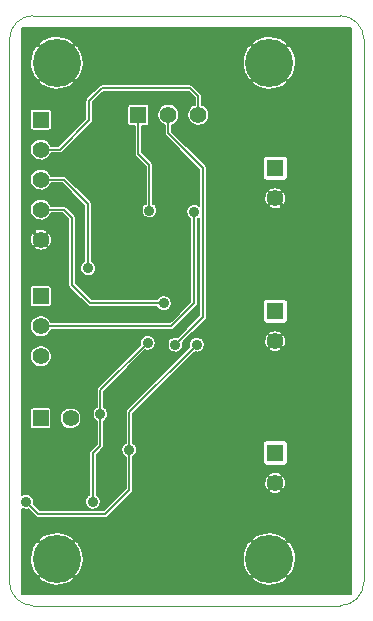
<source format=gbr>
G04 #@! TF.FileFunction,Copper,L2,Bot,Signal*
%FSLAX46Y46*%
G04 Gerber Fmt 4.6, Leading zero omitted, Abs format (unit mm)*
G04 Created by KiCad (PCBNEW 0.201501172016+5377~20~ubuntu14.04.1-product) date Fri 30 Jan 2015 01:41:11 PM PST*
%MOMM*%
G01*
G04 APERTURE LIST*
%ADD10C,0.100000*%
%ADD11C,0.200000*%
%ADD12R,1.397000X1.397000*%
%ADD13C,1.397000*%
%ADD14C,4.064000*%
%ADD15C,0.889000*%
%ADD16C,0.200000*%
%ADD17C,0.150000*%
G04 APERTURE END LIST*
D10*
X128000000Y-99950000D02*
G75*
G03X130000000Y-97950000I0J2000000D01*
G01*
X100000000Y-97950000D02*
G75*
G03X102000000Y-99950000I2000000J0D01*
G01*
X130000000Y-52000000D02*
G75*
G03X128000000Y-50000000I-2000000J0D01*
G01*
X102000000Y-50000000D02*
G75*
G03X100000000Y-52000000I0J-2000000D01*
G01*
X128000000Y-50000000D02*
X102000000Y-50000000D01*
X130000000Y-97900000D02*
X130000000Y-52000000D01*
X102000000Y-99950000D02*
X128000000Y-99950000D01*
X100000000Y-52000000D02*
X100000000Y-97900000D01*
D11*
X119100000Y-75800000D03*
D12*
X122500000Y-62930000D03*
D13*
X122500000Y-65470000D03*
D14*
X104000000Y-54000000D03*
X122000000Y-54000000D03*
X104000000Y-96000000D03*
X122000000Y-96000000D03*
D12*
X102650000Y-58800000D03*
D13*
X102650000Y-61340000D03*
X102650000Y-63880000D03*
X102650000Y-66420000D03*
X102650000Y-68960000D03*
D12*
X102650000Y-73760000D03*
D13*
X102650000Y-76300000D03*
X102650000Y-78840000D03*
D12*
X110910000Y-58400000D03*
D13*
X113450000Y-58400000D03*
X115990000Y-58400000D03*
D12*
X122500000Y-75030000D03*
D13*
X122500000Y-77570000D03*
D12*
X122500000Y-87030000D03*
D13*
X122500000Y-89570000D03*
D12*
X102630000Y-84100000D03*
D13*
X105170000Y-84100000D03*
D11*
X116800000Y-64800000D03*
X116800000Y-65800000D03*
X116800000Y-66800000D03*
X116800000Y-67800000D03*
X116800000Y-68800000D03*
X116800000Y-69800000D03*
X116800000Y-70800000D03*
X116800000Y-71800000D03*
X116800000Y-72800000D03*
X116800000Y-73800000D03*
X116800000Y-74800000D03*
X116800000Y-75800000D03*
X116800000Y-76800000D03*
X116800000Y-77800000D03*
X116800000Y-78800000D03*
X116800000Y-79800000D03*
X116800000Y-80800000D03*
X116800000Y-81800000D03*
X116800000Y-82800000D03*
X116800000Y-83800000D03*
X118650000Y-85150000D03*
X114350000Y-89000000D03*
X114350000Y-88000000D03*
X114350000Y-87000000D03*
X114600000Y-86000000D03*
X115400000Y-85250000D03*
X116100000Y-84500000D03*
X119100000Y-83800000D03*
X119100000Y-82800000D03*
X119100000Y-81800000D03*
X119100000Y-80800000D03*
X119100000Y-79800000D03*
X119100000Y-78800000D03*
X119100000Y-77800000D03*
X119100000Y-76800000D03*
X117850000Y-85900000D03*
X116950000Y-86750000D03*
X116700000Y-88000000D03*
X116700000Y-89000000D03*
X116700000Y-90000000D03*
X116450000Y-91150000D03*
X115600000Y-91900000D03*
X114550000Y-92650000D03*
X111700000Y-92700000D03*
X112200000Y-93700000D03*
X112950000Y-94550000D03*
X113900000Y-95050000D03*
X115000000Y-95050000D03*
X116250000Y-94500000D03*
X117150000Y-93650000D03*
X117950000Y-92900000D03*
X118900000Y-91000000D03*
X118900000Y-90000000D03*
X118900000Y-89000000D03*
X118900000Y-88000000D03*
X119750000Y-87100000D03*
X120700000Y-86150000D03*
X121400000Y-84800000D03*
X118650000Y-92050000D03*
X121400000Y-83800000D03*
X121400000Y-82800000D03*
X121400000Y-81800000D03*
X121400000Y-80800000D03*
X121400000Y-79800000D03*
X119100000Y-74800000D03*
X119100000Y-73800000D03*
X119100000Y-72800000D03*
X119100000Y-71800000D03*
X119100000Y-70800000D03*
X119100000Y-69800000D03*
X119100000Y-68800000D03*
X119100000Y-67800000D03*
X119100000Y-66800000D03*
X119100000Y-65800000D03*
X119800000Y-65050000D03*
X120500000Y-64450000D03*
X117350000Y-64000000D03*
X118150000Y-63200000D03*
X119000000Y-62400000D03*
X119950000Y-61650000D03*
X108850000Y-92700000D03*
X108850000Y-93850000D03*
X109650000Y-95000000D03*
X110450000Y-95900000D03*
X111450000Y-97000000D03*
X113550000Y-97750000D03*
X114850000Y-97750000D03*
X116150000Y-97750000D03*
X117300000Y-97250000D03*
X118300000Y-96300000D03*
X119150000Y-95350000D03*
X112250000Y-97750000D03*
X121350000Y-92800000D03*
X121350000Y-91350000D03*
D15*
X106650000Y-71400000D03*
X115650000Y-66600000D03*
X111850000Y-66500000D03*
X113050000Y-74350000D03*
X111700000Y-77700000D03*
X107700000Y-83750000D03*
X107050000Y-91150000D03*
X101400000Y-91150000D03*
X110150000Y-86750000D03*
X115850000Y-77850000D03*
X114050000Y-77850000D03*
D16*
X104260000Y-61340000D02*
X106750000Y-58850000D01*
X106750000Y-58850000D02*
X106750000Y-57200000D01*
X106750000Y-57200000D02*
X107800000Y-56150000D01*
X107800000Y-56150000D02*
X115300000Y-56150000D01*
X115300000Y-56150000D02*
X115990000Y-56840000D01*
X115990000Y-56840000D02*
X115990000Y-58400000D01*
X102650000Y-61340000D02*
X104260000Y-61340000D01*
X104580000Y-63880000D02*
X106650000Y-65950000D01*
X106650000Y-65950000D02*
X106650000Y-71400000D01*
X102650000Y-63880000D02*
X104580000Y-63880000D01*
X113700000Y-76300000D02*
X115650000Y-74350000D01*
X115650000Y-74350000D02*
X115650000Y-66600000D01*
X102650000Y-76300000D02*
X113700000Y-76300000D01*
X110910000Y-61710000D02*
X111850000Y-62650000D01*
X111850000Y-62650000D02*
X111850000Y-66500000D01*
X110910000Y-58400000D02*
X110910000Y-61710000D01*
X104620000Y-66420000D02*
X105300000Y-67100000D01*
X105300000Y-67100000D02*
X105300000Y-72800000D01*
X105300000Y-72800000D02*
X106850000Y-74350000D01*
X106850000Y-74350000D02*
X113050000Y-74350000D01*
X102650000Y-66420000D02*
X104620000Y-66420000D01*
X111700000Y-77700000D02*
X107700000Y-81700000D01*
X107700000Y-81700000D02*
X107700000Y-83750000D01*
X107050000Y-91150000D02*
X107050000Y-87050000D01*
X107050000Y-87050000D02*
X107700000Y-86400000D01*
X107700000Y-86400000D02*
X107700000Y-83750000D01*
X101400000Y-91150000D02*
X102450000Y-92200000D01*
X102450000Y-92200000D02*
X108100000Y-92200000D01*
X108100000Y-92200000D02*
X110150000Y-90150000D01*
X110150000Y-90150000D02*
X110150000Y-86750000D01*
X115850000Y-77850000D02*
X110150000Y-83550000D01*
X110150000Y-83550000D02*
X110150000Y-86750000D01*
X113450000Y-59950000D02*
X116400000Y-62900000D01*
X116400000Y-62900000D02*
X116400000Y-75500000D01*
X116400000Y-75500000D02*
X114050000Y-77850000D01*
X113450000Y-58400000D02*
X113450000Y-59950000D01*
D17*
G36*
X128925000Y-98918934D02*
X128918934Y-98925000D01*
X124267016Y-98925000D01*
X124267016Y-96064052D01*
X124267016Y-54064052D01*
X124235952Y-53620548D01*
X124118962Y-53191626D01*
X123920541Y-52793770D01*
X123849370Y-52687256D01*
X123581466Y-52453890D01*
X123546110Y-52489245D01*
X123546110Y-52418534D01*
X123312744Y-52150630D01*
X122926725Y-51930062D01*
X122505093Y-51789040D01*
X122064052Y-51732984D01*
X121620548Y-51764048D01*
X121191626Y-51881038D01*
X120793770Y-52079459D01*
X120687256Y-52150630D01*
X120453890Y-52418534D01*
X122000000Y-53964645D01*
X123546110Y-52418534D01*
X123546110Y-52489245D01*
X122035355Y-54000000D01*
X123581466Y-55546110D01*
X123849370Y-55312744D01*
X124069938Y-54926725D01*
X124210960Y-54505093D01*
X124267016Y-54064052D01*
X124267016Y-96064052D01*
X124235952Y-95620548D01*
X124118962Y-95191626D01*
X123920541Y-94793770D01*
X123849370Y-94687256D01*
X123581466Y-94453890D01*
X123575314Y-94460041D01*
X123575314Y-87728500D01*
X123575314Y-86331500D01*
X123575314Y-75728500D01*
X123575314Y-74331500D01*
X123575314Y-63628500D01*
X123575314Y-62231500D01*
X123570368Y-62170648D01*
X123546110Y-62093068D01*
X123546110Y-55581466D01*
X122000000Y-54035355D01*
X121964645Y-54070710D01*
X121964645Y-54000000D01*
X120418534Y-52453890D01*
X120150630Y-52687256D01*
X119930062Y-53073275D01*
X119789040Y-53494907D01*
X119732984Y-53935948D01*
X119764048Y-54379452D01*
X119881038Y-54808374D01*
X120079459Y-55206230D01*
X120150630Y-55312744D01*
X120418534Y-55546110D01*
X121964645Y-54000000D01*
X121964645Y-54070710D01*
X120453890Y-55581466D01*
X120687256Y-55849370D01*
X121073275Y-56069938D01*
X121494907Y-56210960D01*
X121935948Y-56267016D01*
X122379452Y-56235952D01*
X122808374Y-56118962D01*
X123206230Y-55920541D01*
X123312744Y-55849370D01*
X123546110Y-55581466D01*
X123546110Y-62093068D01*
X123538792Y-62069665D01*
X123480386Y-61981441D01*
X123399755Y-61912932D01*
X123303257Y-61869540D01*
X123198500Y-61854686D01*
X121801500Y-61854686D01*
X121740648Y-61859632D01*
X121639665Y-61891208D01*
X121551441Y-61949614D01*
X121482932Y-62030245D01*
X121439540Y-62126743D01*
X121424686Y-62231500D01*
X121424686Y-63628500D01*
X121429632Y-63689352D01*
X121461208Y-63790335D01*
X121519614Y-63878559D01*
X121600245Y-63947068D01*
X121696743Y-63990460D01*
X121801500Y-64005314D01*
X123198500Y-64005314D01*
X123259352Y-64000368D01*
X123360335Y-63968792D01*
X123448559Y-63910386D01*
X123517068Y-63829755D01*
X123560460Y-63733257D01*
X123575314Y-63628500D01*
X123575314Y-74331500D01*
X123570368Y-74270648D01*
X123538792Y-74169665D01*
X123480386Y-74081441D01*
X123427897Y-74036843D01*
X123427897Y-65481437D01*
X123412299Y-65300193D01*
X123361641Y-65125476D01*
X123277872Y-64963998D01*
X123265164Y-64944978D01*
X123133822Y-64871534D01*
X123098466Y-64906889D01*
X123098466Y-64836178D01*
X123025022Y-64704836D01*
X122865658Y-64617112D01*
X122692241Y-64562164D01*
X122511437Y-64542103D01*
X122330193Y-64557701D01*
X122155476Y-64608359D01*
X121993998Y-64692128D01*
X121974978Y-64704836D01*
X121901534Y-64836178D01*
X122500000Y-65434645D01*
X123098466Y-64836178D01*
X123098466Y-64906889D01*
X122535355Y-65470000D01*
X123133822Y-66068466D01*
X123265164Y-65995022D01*
X123352888Y-65835658D01*
X123407836Y-65662241D01*
X123427897Y-65481437D01*
X123427897Y-74036843D01*
X123399755Y-74012932D01*
X123303257Y-73969540D01*
X123198500Y-73954686D01*
X123098466Y-73954686D01*
X123098466Y-66103822D01*
X122500000Y-65505355D01*
X122464645Y-65540710D01*
X122464645Y-65470000D01*
X121866178Y-64871534D01*
X121734836Y-64944978D01*
X121647112Y-65104342D01*
X121592164Y-65277759D01*
X121572103Y-65458563D01*
X121587701Y-65639807D01*
X121638359Y-65814524D01*
X121722128Y-65976002D01*
X121734836Y-65995022D01*
X121866178Y-66068466D01*
X122464645Y-65470000D01*
X122464645Y-65540710D01*
X121901534Y-66103822D01*
X121974978Y-66235164D01*
X122134342Y-66322888D01*
X122307759Y-66377836D01*
X122488563Y-66397897D01*
X122669807Y-66382299D01*
X122844524Y-66331641D01*
X123006002Y-66247872D01*
X123025022Y-66235164D01*
X123098466Y-66103822D01*
X123098466Y-73954686D01*
X121801500Y-73954686D01*
X121740648Y-73959632D01*
X121639665Y-73991208D01*
X121551441Y-74049614D01*
X121482932Y-74130245D01*
X121439540Y-74226743D01*
X121424686Y-74331500D01*
X121424686Y-75728500D01*
X121429632Y-75789352D01*
X121461208Y-75890335D01*
X121519614Y-75978559D01*
X121600245Y-76047068D01*
X121696743Y-76090460D01*
X121801500Y-76105314D01*
X123198500Y-76105314D01*
X123259352Y-76100368D01*
X123360335Y-76068792D01*
X123448559Y-76010386D01*
X123517068Y-75929755D01*
X123560460Y-75833257D01*
X123575314Y-75728500D01*
X123575314Y-86331500D01*
X123570368Y-86270648D01*
X123538792Y-86169665D01*
X123480386Y-86081441D01*
X123427897Y-86036843D01*
X123427897Y-77581437D01*
X123412299Y-77400193D01*
X123361641Y-77225476D01*
X123277872Y-77063998D01*
X123265164Y-77044978D01*
X123133822Y-76971534D01*
X123098466Y-77006889D01*
X123098466Y-76936178D01*
X123025022Y-76804836D01*
X122865658Y-76717112D01*
X122692241Y-76662164D01*
X122511437Y-76642103D01*
X122330193Y-76657701D01*
X122155476Y-76708359D01*
X121993998Y-76792128D01*
X121974978Y-76804836D01*
X121901534Y-76936178D01*
X122500000Y-77534645D01*
X123098466Y-76936178D01*
X123098466Y-77006889D01*
X122535355Y-77570000D01*
X123133822Y-78168466D01*
X123265164Y-78095022D01*
X123352888Y-77935658D01*
X123407836Y-77762241D01*
X123427897Y-77581437D01*
X123427897Y-86036843D01*
X123399755Y-86012932D01*
X123303257Y-85969540D01*
X123198500Y-85954686D01*
X123098466Y-85954686D01*
X123098466Y-78203822D01*
X122500000Y-77605355D01*
X122464645Y-77640710D01*
X122464645Y-77570000D01*
X121866178Y-76971534D01*
X121734836Y-77044978D01*
X121647112Y-77204342D01*
X121592164Y-77377759D01*
X121572103Y-77558563D01*
X121587701Y-77739807D01*
X121638359Y-77914524D01*
X121722128Y-78076002D01*
X121734836Y-78095022D01*
X121866178Y-78168466D01*
X122464645Y-77570000D01*
X122464645Y-77640710D01*
X121901534Y-78203822D01*
X121974978Y-78335164D01*
X122134342Y-78422888D01*
X122307759Y-78477836D01*
X122488563Y-78497897D01*
X122669807Y-78482299D01*
X122844524Y-78431641D01*
X123006002Y-78347872D01*
X123025022Y-78335164D01*
X123098466Y-78203822D01*
X123098466Y-85954686D01*
X121801500Y-85954686D01*
X121740648Y-85959632D01*
X121639665Y-85991208D01*
X121551441Y-86049614D01*
X121482932Y-86130245D01*
X121439540Y-86226743D01*
X121424686Y-86331500D01*
X121424686Y-87728500D01*
X121429632Y-87789352D01*
X121461208Y-87890335D01*
X121519614Y-87978559D01*
X121600245Y-88047068D01*
X121696743Y-88090460D01*
X121801500Y-88105314D01*
X123198500Y-88105314D01*
X123259352Y-88100368D01*
X123360335Y-88068792D01*
X123448559Y-88010386D01*
X123517068Y-87929755D01*
X123560460Y-87833257D01*
X123575314Y-87728500D01*
X123575314Y-94460041D01*
X123546110Y-94489245D01*
X123546110Y-94418534D01*
X123427897Y-94282825D01*
X123427897Y-89581437D01*
X123412299Y-89400193D01*
X123361641Y-89225476D01*
X123277872Y-89063998D01*
X123265164Y-89044978D01*
X123133822Y-88971534D01*
X123098466Y-89006889D01*
X123098466Y-88936178D01*
X123025022Y-88804836D01*
X122865658Y-88717112D01*
X122692241Y-88662164D01*
X122511437Y-88642103D01*
X122330193Y-88657701D01*
X122155476Y-88708359D01*
X121993998Y-88792128D01*
X121974978Y-88804836D01*
X121901534Y-88936178D01*
X122500000Y-89534645D01*
X123098466Y-88936178D01*
X123098466Y-89006889D01*
X122535355Y-89570000D01*
X123133822Y-90168466D01*
X123265164Y-90095022D01*
X123352888Y-89935658D01*
X123407836Y-89762241D01*
X123427897Y-89581437D01*
X123427897Y-94282825D01*
X123312744Y-94150630D01*
X123098466Y-94028193D01*
X123098466Y-90203822D01*
X122500000Y-89605355D01*
X122464645Y-89640710D01*
X122464645Y-89570000D01*
X121866178Y-88971534D01*
X121734836Y-89044978D01*
X121647112Y-89204342D01*
X121592164Y-89377759D01*
X121572103Y-89558563D01*
X121587701Y-89739807D01*
X121638359Y-89914524D01*
X121722128Y-90076002D01*
X121734836Y-90095022D01*
X121866178Y-90168466D01*
X122464645Y-89570000D01*
X122464645Y-89640710D01*
X121901534Y-90203822D01*
X121974978Y-90335164D01*
X122134342Y-90422888D01*
X122307759Y-90477836D01*
X122488563Y-90497897D01*
X122669807Y-90482299D01*
X122844524Y-90431641D01*
X123006002Y-90347872D01*
X123025022Y-90335164D01*
X123098466Y-90203822D01*
X123098466Y-94028193D01*
X122926725Y-93930062D01*
X122505093Y-93789040D01*
X122064052Y-93732984D01*
X121620548Y-93764048D01*
X121191626Y-93881038D01*
X120793770Y-94079459D01*
X120687256Y-94150630D01*
X120453890Y-94418534D01*
X122000000Y-95964645D01*
X123546110Y-94418534D01*
X123546110Y-94489245D01*
X122035355Y-96000000D01*
X123581466Y-97546110D01*
X123849370Y-97312744D01*
X124069938Y-96926725D01*
X124210960Y-96505093D01*
X124267016Y-96064052D01*
X124267016Y-98925000D01*
X123546110Y-98925000D01*
X123546110Y-97581466D01*
X122000000Y-96035355D01*
X121964645Y-96070710D01*
X121964645Y-96000000D01*
X120418534Y-94453890D01*
X120150630Y-94687256D01*
X119930062Y-95073275D01*
X119789040Y-95494907D01*
X119732984Y-95935948D01*
X119764048Y-96379452D01*
X119881038Y-96808374D01*
X120079459Y-97206230D01*
X120150630Y-97312744D01*
X120418534Y-97546110D01*
X121964645Y-96000000D01*
X121964645Y-96070710D01*
X120453890Y-97581466D01*
X120687256Y-97849370D01*
X121073275Y-98069938D01*
X121494907Y-98210960D01*
X121935948Y-98267016D01*
X122379452Y-98235952D01*
X122808374Y-98118962D01*
X123206230Y-97920541D01*
X123312744Y-97849370D01*
X123546110Y-97581466D01*
X123546110Y-98925000D01*
X116913539Y-98925000D01*
X116913539Y-58309446D01*
X116878362Y-58131788D01*
X116809347Y-57964345D01*
X116709124Y-57813497D01*
X116581509Y-57684988D01*
X116431364Y-57583714D01*
X116315000Y-57534798D01*
X116315000Y-56840000D01*
X116312071Y-56810139D01*
X116309454Y-56780215D01*
X116308976Y-56778571D01*
X116308810Y-56776874D01*
X116300151Y-56748195D01*
X116291758Y-56719305D01*
X116290969Y-56717784D01*
X116290477Y-56716152D01*
X116276391Y-56689661D01*
X116262567Y-56662992D01*
X116261501Y-56661657D01*
X116260699Y-56660148D01*
X116241725Y-56636884D01*
X116222996Y-56613422D01*
X116220649Y-56611042D01*
X116220610Y-56610994D01*
X116220565Y-56610957D01*
X116219809Y-56610190D01*
X115529810Y-55920190D01*
X115506611Y-55901135D01*
X115483614Y-55881838D01*
X115482116Y-55881014D01*
X115480796Y-55879930D01*
X115454345Y-55865747D01*
X115428031Y-55851281D01*
X115426400Y-55850763D01*
X115424896Y-55849957D01*
X115396198Y-55841183D01*
X115367571Y-55832102D01*
X115365872Y-55831911D01*
X115364239Y-55831412D01*
X115334364Y-55828377D01*
X115304538Y-55825032D01*
X115301197Y-55825008D01*
X115301134Y-55825002D01*
X115301074Y-55825007D01*
X115300000Y-55825000D01*
X107800000Y-55825000D01*
X107770184Y-55827923D01*
X107740215Y-55830546D01*
X107738571Y-55831023D01*
X107736874Y-55831190D01*
X107708195Y-55839848D01*
X107679305Y-55848242D01*
X107677784Y-55849030D01*
X107676152Y-55849523D01*
X107649700Y-55863587D01*
X107622992Y-55877432D01*
X107621653Y-55878500D01*
X107620148Y-55879301D01*
X107596912Y-55898251D01*
X107573422Y-55917004D01*
X107571037Y-55919354D01*
X107570994Y-55919390D01*
X107570960Y-55919430D01*
X107570190Y-55920190D01*
X106520190Y-56970190D01*
X106501135Y-56993388D01*
X106481838Y-57016386D01*
X106481014Y-57017883D01*
X106479930Y-57019204D01*
X106465747Y-57045654D01*
X106451281Y-57071969D01*
X106450763Y-57073599D01*
X106449957Y-57075104D01*
X106441183Y-57103801D01*
X106432102Y-57132429D01*
X106431911Y-57134127D01*
X106431412Y-57135761D01*
X106428377Y-57165635D01*
X106425032Y-57195462D01*
X106425008Y-57198802D01*
X106425002Y-57198866D01*
X106425007Y-57198925D01*
X106425000Y-57200000D01*
X106425000Y-58715380D01*
X106267016Y-58873364D01*
X106267016Y-54064052D01*
X106235952Y-53620548D01*
X106118962Y-53191626D01*
X105920541Y-52793770D01*
X105849370Y-52687256D01*
X105581466Y-52453890D01*
X105546110Y-52489245D01*
X105546110Y-52418534D01*
X105312744Y-52150630D01*
X104926725Y-51930062D01*
X104505093Y-51789040D01*
X104064052Y-51732984D01*
X103620548Y-51764048D01*
X103191626Y-51881038D01*
X102793770Y-52079459D01*
X102687256Y-52150630D01*
X102453890Y-52418534D01*
X104000000Y-53964645D01*
X105546110Y-52418534D01*
X105546110Y-52489245D01*
X104035355Y-54000000D01*
X105581466Y-55546110D01*
X105849370Y-55312744D01*
X106069938Y-54926725D01*
X106210960Y-54505093D01*
X106267016Y-54064052D01*
X106267016Y-58873364D01*
X105546110Y-59594270D01*
X105546110Y-55581466D01*
X104000000Y-54035355D01*
X103964645Y-54070710D01*
X103964645Y-54000000D01*
X102418534Y-52453890D01*
X102150630Y-52687256D01*
X101930062Y-53073275D01*
X101789040Y-53494907D01*
X101732984Y-53935948D01*
X101764048Y-54379452D01*
X101881038Y-54808374D01*
X102079459Y-55206230D01*
X102150630Y-55312744D01*
X102418534Y-55546110D01*
X103964645Y-54000000D01*
X103964645Y-54070710D01*
X102453890Y-55581466D01*
X102687256Y-55849370D01*
X103073275Y-56069938D01*
X103494907Y-56210960D01*
X103935948Y-56267016D01*
X104379452Y-56235952D01*
X104808374Y-56118962D01*
X105206230Y-55920541D01*
X105312744Y-55849370D01*
X105546110Y-55581466D01*
X105546110Y-59594270D01*
X104125380Y-61015000D01*
X103574589Y-61015000D01*
X103574589Y-59498500D01*
X103574589Y-58101500D01*
X103571621Y-58064989D01*
X103552675Y-58004399D01*
X103517631Y-57951464D01*
X103469253Y-57910359D01*
X103411354Y-57884324D01*
X103348500Y-57875411D01*
X101951500Y-57875411D01*
X101914989Y-57878379D01*
X101854399Y-57897325D01*
X101801464Y-57932369D01*
X101760359Y-57980747D01*
X101734324Y-58038646D01*
X101725411Y-58101500D01*
X101725411Y-59498500D01*
X101728379Y-59535011D01*
X101747325Y-59595601D01*
X101782369Y-59648536D01*
X101830747Y-59689641D01*
X101888646Y-59715676D01*
X101951500Y-59724589D01*
X103348500Y-59724589D01*
X103385011Y-59721621D01*
X103445601Y-59702675D01*
X103498536Y-59667631D01*
X103539641Y-59619253D01*
X103565676Y-59561354D01*
X103574589Y-59498500D01*
X103574589Y-61015000D01*
X103514955Y-61015000D01*
X103469347Y-60904345D01*
X103369124Y-60753497D01*
X103241509Y-60624988D01*
X103091364Y-60523714D01*
X102924408Y-60453532D01*
X102746999Y-60417116D01*
X102565896Y-60415851D01*
X102387996Y-60449787D01*
X102220076Y-60517631D01*
X102068532Y-60616799D01*
X101939135Y-60743514D01*
X101836815Y-60892948D01*
X101765470Y-61059410D01*
X101727815Y-61236560D01*
X101725287Y-61417650D01*
X101757980Y-61595783D01*
X101824650Y-61764172D01*
X101922758Y-61916405D01*
X102048565Y-62046683D01*
X102197282Y-62150044D01*
X102363242Y-62222550D01*
X102540125Y-62261440D01*
X102721193Y-62265233D01*
X102899549Y-62233784D01*
X103068400Y-62168291D01*
X103221314Y-62071249D01*
X103352467Y-61946353D01*
X103456863Y-61798362D01*
X103516240Y-61665000D01*
X104260000Y-61665000D01*
X104289819Y-61662075D01*
X104319784Y-61659454D01*
X104321427Y-61658976D01*
X104323126Y-61658810D01*
X104351817Y-61650147D01*
X104380695Y-61641758D01*
X104382215Y-61640969D01*
X104383848Y-61640477D01*
X104410299Y-61626412D01*
X104437008Y-61612568D01*
X104438346Y-61611499D01*
X104439852Y-61610699D01*
X104463087Y-61591748D01*
X104486578Y-61572996D01*
X104488962Y-61570645D01*
X104489006Y-61570610D01*
X104489039Y-61570569D01*
X104489810Y-61569810D01*
X106979810Y-59079810D01*
X106998864Y-59056611D01*
X107018162Y-59033614D01*
X107018985Y-59032116D01*
X107020070Y-59030796D01*
X107034242Y-59004364D01*
X107048719Y-58978031D01*
X107049236Y-58976398D01*
X107050043Y-58974895D01*
X107058808Y-58946224D01*
X107067898Y-58917571D01*
X107068088Y-58915871D01*
X107068588Y-58914238D01*
X107071621Y-58884369D01*
X107074968Y-58854538D01*
X107074991Y-58851197D01*
X107074998Y-58851134D01*
X107074992Y-58851074D01*
X107075000Y-58850000D01*
X107075000Y-57334620D01*
X107934620Y-56475000D01*
X115165380Y-56475000D01*
X115665000Y-56974619D01*
X115665000Y-57535239D01*
X115560076Y-57577631D01*
X115408532Y-57676799D01*
X115279135Y-57803514D01*
X115176815Y-57952948D01*
X115105470Y-58119410D01*
X115067815Y-58296560D01*
X115065287Y-58477650D01*
X115097980Y-58655783D01*
X115164650Y-58824172D01*
X115262758Y-58976405D01*
X115388565Y-59106683D01*
X115537282Y-59210044D01*
X115703242Y-59282550D01*
X115880125Y-59321440D01*
X116061193Y-59325233D01*
X116239549Y-59293784D01*
X116408400Y-59228291D01*
X116561314Y-59131249D01*
X116692467Y-59006353D01*
X116796863Y-58858362D01*
X116870527Y-58692912D01*
X116910651Y-58516305D01*
X116913539Y-58309446D01*
X116913539Y-98925000D01*
X116725000Y-98925000D01*
X116725000Y-75500000D01*
X116725000Y-62900000D01*
X116722075Y-62870180D01*
X116719454Y-62840216D01*
X116718976Y-62838572D01*
X116718810Y-62836874D01*
X116710147Y-62808182D01*
X116701758Y-62779305D01*
X116700969Y-62777784D01*
X116700477Y-62776152D01*
X116686412Y-62749700D01*
X116672568Y-62722992D01*
X116671499Y-62721653D01*
X116670699Y-62720148D01*
X116651748Y-62696912D01*
X116632996Y-62673422D01*
X116630645Y-62671037D01*
X116630610Y-62670994D01*
X116630569Y-62670960D01*
X116629810Y-62670190D01*
X113775000Y-59815380D01*
X113775000Y-59264518D01*
X113868400Y-59228291D01*
X114021314Y-59131249D01*
X114152467Y-59006353D01*
X114256863Y-58858362D01*
X114330527Y-58692912D01*
X114370651Y-58516305D01*
X114373539Y-58309446D01*
X114338362Y-58131788D01*
X114269347Y-57964345D01*
X114169124Y-57813497D01*
X114041509Y-57684988D01*
X113891364Y-57583714D01*
X113724408Y-57513532D01*
X113546999Y-57477116D01*
X113365896Y-57475851D01*
X113187996Y-57509787D01*
X113020076Y-57577631D01*
X112868532Y-57676799D01*
X112739135Y-57803514D01*
X112636815Y-57952948D01*
X112565470Y-58119410D01*
X112527815Y-58296560D01*
X112525287Y-58477650D01*
X112557980Y-58655783D01*
X112624650Y-58824172D01*
X112722758Y-58976405D01*
X112848565Y-59106683D01*
X112997282Y-59210044D01*
X113125000Y-59265842D01*
X113125000Y-59950000D01*
X113127924Y-59979819D01*
X113130546Y-60009784D01*
X113131023Y-60011427D01*
X113131190Y-60013126D01*
X113139852Y-60041817D01*
X113148242Y-60070695D01*
X113149030Y-60072215D01*
X113149523Y-60073848D01*
X113163587Y-60100299D01*
X113177432Y-60127008D01*
X113178500Y-60128346D01*
X113179301Y-60129852D01*
X113198251Y-60153087D01*
X113217004Y-60176578D01*
X113219354Y-60178962D01*
X113219390Y-60179006D01*
X113219430Y-60179039D01*
X113220190Y-60179810D01*
X116075000Y-63034620D01*
X116075000Y-66079069D01*
X115969971Y-66008226D01*
X115848934Y-65957347D01*
X115720320Y-65930946D01*
X115589028Y-65930030D01*
X115460058Y-65954632D01*
X115338323Y-66003816D01*
X115228459Y-66075709D01*
X115134652Y-66167572D01*
X115060474Y-66275906D01*
X115008751Y-66396584D01*
X114981454Y-66525011D01*
X114979620Y-66656293D01*
X115003322Y-66785432D01*
X115051655Y-66907508D01*
X115122779Y-67017870D01*
X115213984Y-67112317D01*
X115321798Y-67187249D01*
X115325000Y-67188647D01*
X115325000Y-74215380D01*
X113719528Y-75820852D01*
X113719528Y-74284352D01*
X113694026Y-74155557D01*
X113643993Y-74034168D01*
X113571335Y-73924809D01*
X113478820Y-73831646D01*
X113369971Y-73758226D01*
X113248934Y-73707347D01*
X113120320Y-73680946D01*
X112989028Y-73680030D01*
X112860058Y-73704632D01*
X112738323Y-73753816D01*
X112628459Y-73825709D01*
X112534652Y-73917572D01*
X112519528Y-73939659D01*
X112519528Y-66434352D01*
X112494026Y-66305557D01*
X112443993Y-66184168D01*
X112371335Y-66074809D01*
X112278820Y-65981646D01*
X112175000Y-65911618D01*
X112175000Y-62650000D01*
X112172075Y-62620180D01*
X112169454Y-62590216D01*
X112168976Y-62588572D01*
X112168810Y-62586874D01*
X112160143Y-62558169D01*
X112151758Y-62529306D01*
X112150970Y-62527786D01*
X112150477Y-62526152D01*
X112136402Y-62499682D01*
X112122568Y-62472992D01*
X112121499Y-62471653D01*
X112120699Y-62470148D01*
X112101748Y-62446912D01*
X112082996Y-62423422D01*
X112080645Y-62421037D01*
X112080610Y-62420994D01*
X112080569Y-62420960D01*
X112079810Y-62420190D01*
X111235000Y-61575380D01*
X111235000Y-59324589D01*
X111608500Y-59324589D01*
X111645011Y-59321621D01*
X111705601Y-59302675D01*
X111758536Y-59267631D01*
X111799641Y-59219253D01*
X111825676Y-59161354D01*
X111834589Y-59098500D01*
X111834589Y-57701500D01*
X111831621Y-57664989D01*
X111812675Y-57604399D01*
X111777631Y-57551464D01*
X111729253Y-57510359D01*
X111671354Y-57484324D01*
X111608500Y-57475411D01*
X110211500Y-57475411D01*
X110174989Y-57478379D01*
X110114399Y-57497325D01*
X110061464Y-57532369D01*
X110020359Y-57580747D01*
X109994324Y-57638646D01*
X109985411Y-57701500D01*
X109985411Y-59098500D01*
X109988379Y-59135011D01*
X110007325Y-59195601D01*
X110042369Y-59248536D01*
X110090747Y-59289641D01*
X110148646Y-59315676D01*
X110211500Y-59324589D01*
X110585000Y-59324589D01*
X110585000Y-61710000D01*
X110587924Y-61739819D01*
X110590546Y-61769784D01*
X110591023Y-61771427D01*
X110591190Y-61773126D01*
X110599852Y-61801817D01*
X110608242Y-61830695D01*
X110609030Y-61832215D01*
X110609523Y-61833848D01*
X110623587Y-61860299D01*
X110637432Y-61887008D01*
X110638500Y-61888346D01*
X110639301Y-61889852D01*
X110658251Y-61913087D01*
X110677004Y-61936578D01*
X110679354Y-61938962D01*
X110679390Y-61939006D01*
X110679430Y-61939039D01*
X110680190Y-61939810D01*
X111525000Y-62784620D01*
X111525000Y-65912534D01*
X111428459Y-65975709D01*
X111334652Y-66067572D01*
X111260474Y-66175906D01*
X111208751Y-66296584D01*
X111181454Y-66425011D01*
X111179620Y-66556293D01*
X111203322Y-66685432D01*
X111251655Y-66807508D01*
X111322779Y-66917870D01*
X111413984Y-67012317D01*
X111521798Y-67087249D01*
X111642112Y-67139813D01*
X111770345Y-67168007D01*
X111901612Y-67170756D01*
X112030913Y-67147957D01*
X112153323Y-67100477D01*
X112264179Y-67030126D01*
X112359260Y-66939582D01*
X112434943Y-66832294D01*
X112488346Y-66712349D01*
X112517434Y-66584317D01*
X112519528Y-66434352D01*
X112519528Y-73939659D01*
X112461094Y-74025000D01*
X107319528Y-74025000D01*
X107319528Y-71334352D01*
X107294026Y-71205557D01*
X107243993Y-71084168D01*
X107171335Y-70974809D01*
X107078820Y-70881646D01*
X106975000Y-70811618D01*
X106975000Y-65950000D01*
X106972076Y-65920184D01*
X106969454Y-65890215D01*
X106968976Y-65888571D01*
X106968810Y-65886874D01*
X106960151Y-65858195D01*
X106951758Y-65829305D01*
X106950969Y-65827784D01*
X106950477Y-65826152D01*
X106936412Y-65799700D01*
X106922568Y-65772992D01*
X106921499Y-65771653D01*
X106920699Y-65770148D01*
X106901748Y-65746912D01*
X106882996Y-65723422D01*
X106880645Y-65721037D01*
X106880610Y-65720994D01*
X106880569Y-65720960D01*
X106879810Y-65720190D01*
X104809810Y-63650190D01*
X104786611Y-63631135D01*
X104763614Y-63611838D01*
X104762116Y-63611014D01*
X104760796Y-63609930D01*
X104734345Y-63595747D01*
X104708031Y-63581281D01*
X104706400Y-63580763D01*
X104704896Y-63579957D01*
X104676198Y-63571183D01*
X104647571Y-63562102D01*
X104645872Y-63561911D01*
X104644239Y-63561412D01*
X104614364Y-63558377D01*
X104584538Y-63555032D01*
X104581197Y-63555008D01*
X104581134Y-63555002D01*
X104581074Y-63555007D01*
X104580000Y-63555000D01*
X103514955Y-63555000D01*
X103469347Y-63444345D01*
X103369124Y-63293497D01*
X103241509Y-63164988D01*
X103091364Y-63063714D01*
X102924408Y-62993532D01*
X102746999Y-62957116D01*
X102565896Y-62955851D01*
X102387996Y-62989787D01*
X102220076Y-63057631D01*
X102068532Y-63156799D01*
X101939135Y-63283514D01*
X101836815Y-63432948D01*
X101765470Y-63599410D01*
X101727815Y-63776560D01*
X101725287Y-63957650D01*
X101757980Y-64135783D01*
X101824650Y-64304172D01*
X101922758Y-64456405D01*
X102048565Y-64586683D01*
X102197282Y-64690044D01*
X102363242Y-64762550D01*
X102540125Y-64801440D01*
X102721193Y-64805233D01*
X102899549Y-64773784D01*
X103068400Y-64708291D01*
X103221314Y-64611249D01*
X103352467Y-64486353D01*
X103456863Y-64338362D01*
X103516240Y-64205000D01*
X104445380Y-64205000D01*
X106325000Y-66084620D01*
X106325000Y-70812534D01*
X106228459Y-70875709D01*
X106134652Y-70967572D01*
X106060474Y-71075906D01*
X106008751Y-71196584D01*
X105981454Y-71325011D01*
X105979620Y-71456293D01*
X106003322Y-71585432D01*
X106051655Y-71707508D01*
X106122779Y-71817870D01*
X106213984Y-71912317D01*
X106321798Y-71987249D01*
X106442112Y-72039813D01*
X106570345Y-72068007D01*
X106701612Y-72070756D01*
X106830913Y-72047957D01*
X106953323Y-72000477D01*
X107064179Y-71930126D01*
X107159260Y-71839582D01*
X107234943Y-71732294D01*
X107288346Y-71612349D01*
X107317434Y-71484317D01*
X107319528Y-71334352D01*
X107319528Y-74025000D01*
X106984620Y-74025000D01*
X105625000Y-72665380D01*
X105625000Y-67100000D01*
X105622076Y-67070184D01*
X105619454Y-67040215D01*
X105618976Y-67038571D01*
X105618810Y-67036874D01*
X105610151Y-67008195D01*
X105601758Y-66979305D01*
X105600969Y-66977784D01*
X105600477Y-66976152D01*
X105586412Y-66949700D01*
X105572568Y-66922992D01*
X105571499Y-66921653D01*
X105570699Y-66920148D01*
X105551748Y-66896912D01*
X105532996Y-66873422D01*
X105530645Y-66871037D01*
X105530610Y-66870994D01*
X105530569Y-66870960D01*
X105529810Y-66870190D01*
X104849810Y-66190190D01*
X104826611Y-66171135D01*
X104803614Y-66151838D01*
X104802116Y-66151014D01*
X104800796Y-66149930D01*
X104774345Y-66135747D01*
X104748031Y-66121281D01*
X104746400Y-66120763D01*
X104744896Y-66119957D01*
X104716198Y-66111183D01*
X104687571Y-66102102D01*
X104685872Y-66101911D01*
X104684239Y-66101412D01*
X104654364Y-66098377D01*
X104624538Y-66095032D01*
X104621197Y-66095008D01*
X104621134Y-66095002D01*
X104621074Y-66095007D01*
X104620000Y-66095000D01*
X103514955Y-66095000D01*
X103469347Y-65984345D01*
X103369124Y-65833497D01*
X103241509Y-65704988D01*
X103091364Y-65603714D01*
X102924408Y-65533532D01*
X102746999Y-65497116D01*
X102565896Y-65495851D01*
X102387996Y-65529787D01*
X102220076Y-65597631D01*
X102068532Y-65696799D01*
X101939135Y-65823514D01*
X101836815Y-65972948D01*
X101765470Y-66139410D01*
X101727815Y-66316560D01*
X101725287Y-66497650D01*
X101757980Y-66675783D01*
X101824650Y-66844172D01*
X101922758Y-66996405D01*
X102048565Y-67126683D01*
X102197282Y-67230044D01*
X102363242Y-67302550D01*
X102540125Y-67341440D01*
X102721193Y-67345233D01*
X102899549Y-67313784D01*
X103068400Y-67248291D01*
X103221314Y-67151249D01*
X103352467Y-67026353D01*
X103456863Y-66878362D01*
X103516240Y-66745000D01*
X104485380Y-66745000D01*
X104975000Y-67234620D01*
X104975000Y-72800000D01*
X104977924Y-72829819D01*
X104980546Y-72859784D01*
X104981023Y-72861427D01*
X104981190Y-72863126D01*
X104989852Y-72891817D01*
X104998242Y-72920695D01*
X104999030Y-72922215D01*
X104999523Y-72923848D01*
X105013587Y-72950299D01*
X105027432Y-72977008D01*
X105028500Y-72978346D01*
X105029301Y-72979852D01*
X105048251Y-73003087D01*
X105067004Y-73026578D01*
X105069354Y-73028962D01*
X105069390Y-73029006D01*
X105069430Y-73029039D01*
X105070190Y-73029810D01*
X106620190Y-74579810D01*
X106643388Y-74598864D01*
X106666386Y-74618162D01*
X106667883Y-74618985D01*
X106669204Y-74620070D01*
X106695654Y-74634252D01*
X106721969Y-74648719D01*
X106723599Y-74649236D01*
X106725104Y-74650043D01*
X106753801Y-74658816D01*
X106782429Y-74667898D01*
X106784127Y-74668088D01*
X106785761Y-74668588D01*
X106815635Y-74671622D01*
X106845462Y-74674968D01*
X106848802Y-74674991D01*
X106848866Y-74674998D01*
X106848925Y-74674992D01*
X106850000Y-74675000D01*
X112462927Y-74675000D01*
X112522779Y-74767870D01*
X112613984Y-74862317D01*
X112721798Y-74937249D01*
X112842112Y-74989813D01*
X112970345Y-75018007D01*
X113101612Y-75020756D01*
X113230913Y-74997957D01*
X113353323Y-74950477D01*
X113464179Y-74880126D01*
X113559260Y-74789582D01*
X113634943Y-74682294D01*
X113688346Y-74562349D01*
X113717434Y-74434317D01*
X113719528Y-74284352D01*
X113719528Y-75820852D01*
X113565380Y-75975000D01*
X103577897Y-75975000D01*
X103577897Y-68971437D01*
X103562299Y-68790193D01*
X103511641Y-68615476D01*
X103427872Y-68453998D01*
X103415164Y-68434978D01*
X103283822Y-68361534D01*
X103248466Y-68396889D01*
X103248466Y-68326178D01*
X103175022Y-68194836D01*
X103015658Y-68107112D01*
X102842241Y-68052164D01*
X102661437Y-68032103D01*
X102480193Y-68047701D01*
X102305476Y-68098359D01*
X102143998Y-68182128D01*
X102124978Y-68194836D01*
X102051534Y-68326178D01*
X102650000Y-68924645D01*
X103248466Y-68326178D01*
X103248466Y-68396889D01*
X102685355Y-68960000D01*
X103283822Y-69558466D01*
X103415164Y-69485022D01*
X103502888Y-69325658D01*
X103557836Y-69152241D01*
X103577897Y-68971437D01*
X103577897Y-75975000D01*
X103574589Y-75975000D01*
X103574589Y-74458500D01*
X103574589Y-73061500D01*
X103571621Y-73024989D01*
X103552675Y-72964399D01*
X103517631Y-72911464D01*
X103469253Y-72870359D01*
X103411354Y-72844324D01*
X103348500Y-72835411D01*
X103248466Y-72835411D01*
X103248466Y-69593822D01*
X102650000Y-68995355D01*
X102614645Y-69030710D01*
X102614645Y-68960000D01*
X102016178Y-68361534D01*
X101884836Y-68434978D01*
X101797112Y-68594342D01*
X101742164Y-68767759D01*
X101722103Y-68948563D01*
X101737701Y-69129807D01*
X101788359Y-69304524D01*
X101872128Y-69466002D01*
X101884836Y-69485022D01*
X102016178Y-69558466D01*
X102614645Y-68960000D01*
X102614645Y-69030710D01*
X102051534Y-69593822D01*
X102124978Y-69725164D01*
X102284342Y-69812888D01*
X102457759Y-69867836D01*
X102638563Y-69887897D01*
X102819807Y-69872299D01*
X102994524Y-69821641D01*
X103156002Y-69737872D01*
X103175022Y-69725164D01*
X103248466Y-69593822D01*
X103248466Y-72835411D01*
X101951500Y-72835411D01*
X101914989Y-72838379D01*
X101854399Y-72857325D01*
X101801464Y-72892369D01*
X101760359Y-72940747D01*
X101734324Y-72998646D01*
X101725411Y-73061500D01*
X101725411Y-74458500D01*
X101728379Y-74495011D01*
X101747325Y-74555601D01*
X101782369Y-74608536D01*
X101830747Y-74649641D01*
X101888646Y-74675676D01*
X101951500Y-74684589D01*
X103348500Y-74684589D01*
X103385011Y-74681621D01*
X103445601Y-74662675D01*
X103498536Y-74627631D01*
X103539641Y-74579253D01*
X103565676Y-74521354D01*
X103574589Y-74458500D01*
X103574589Y-75975000D01*
X103514955Y-75975000D01*
X103469347Y-75864345D01*
X103369124Y-75713497D01*
X103241509Y-75584988D01*
X103091364Y-75483714D01*
X102924408Y-75413532D01*
X102746999Y-75377116D01*
X102565896Y-75375851D01*
X102387996Y-75409787D01*
X102220076Y-75477631D01*
X102068532Y-75576799D01*
X101939135Y-75703514D01*
X101836815Y-75852948D01*
X101765470Y-76019410D01*
X101727815Y-76196560D01*
X101725287Y-76377650D01*
X101757980Y-76555783D01*
X101824650Y-76724172D01*
X101922758Y-76876405D01*
X102048565Y-77006683D01*
X102197282Y-77110044D01*
X102363242Y-77182550D01*
X102540125Y-77221440D01*
X102721193Y-77225233D01*
X102899549Y-77193784D01*
X103068400Y-77128291D01*
X103221314Y-77031249D01*
X103352467Y-76906353D01*
X103456863Y-76758362D01*
X103516240Y-76625000D01*
X113700000Y-76625000D01*
X113729819Y-76622075D01*
X113759784Y-76619454D01*
X113761427Y-76618976D01*
X113763126Y-76618810D01*
X113791817Y-76610147D01*
X113820695Y-76601758D01*
X113822215Y-76600969D01*
X113823848Y-76600477D01*
X113850299Y-76586412D01*
X113877008Y-76572568D01*
X113878346Y-76571499D01*
X113879852Y-76570699D01*
X113903087Y-76551748D01*
X113926578Y-76532996D01*
X113928962Y-76530645D01*
X113929006Y-76530610D01*
X113929039Y-76530569D01*
X113929810Y-76529810D01*
X115879809Y-74579810D01*
X115898817Y-74556668D01*
X115918162Y-74533614D01*
X115918987Y-74532113D01*
X115920069Y-74530796D01*
X115934230Y-74504384D01*
X115948719Y-74478031D01*
X115949236Y-74476400D01*
X115950043Y-74474896D01*
X115958803Y-74446239D01*
X115967898Y-74417571D01*
X115968089Y-74415867D01*
X115968587Y-74414239D01*
X115971612Y-74384454D01*
X115974968Y-74354538D01*
X115974991Y-74351187D01*
X115974997Y-74351135D01*
X115974992Y-74351085D01*
X115975000Y-74350000D01*
X115975000Y-67186720D01*
X116064179Y-67130126D01*
X116075000Y-67119821D01*
X116075000Y-75365380D01*
X114235741Y-77204638D01*
X114120320Y-77180946D01*
X113989028Y-77180030D01*
X113860058Y-77204632D01*
X113738323Y-77253816D01*
X113628459Y-77325709D01*
X113534652Y-77417572D01*
X113460474Y-77525906D01*
X113408751Y-77646584D01*
X113381454Y-77775011D01*
X113379620Y-77906293D01*
X113403322Y-78035432D01*
X113451655Y-78157508D01*
X113522779Y-78267870D01*
X113613984Y-78362317D01*
X113721798Y-78437249D01*
X113842112Y-78489813D01*
X113970345Y-78518007D01*
X114101612Y-78520756D01*
X114230913Y-78497957D01*
X114353323Y-78450477D01*
X114464179Y-78380126D01*
X114559260Y-78289582D01*
X114634943Y-78182294D01*
X114688346Y-78062349D01*
X114717434Y-77934317D01*
X114719528Y-77784352D01*
X114695684Y-77663935D01*
X116629810Y-75729810D01*
X116648864Y-75706611D01*
X116668162Y-75683614D01*
X116668985Y-75682116D01*
X116670070Y-75680796D01*
X116684242Y-75654364D01*
X116698719Y-75628031D01*
X116699236Y-75626398D01*
X116700043Y-75624895D01*
X116708808Y-75596224D01*
X116717898Y-75567571D01*
X116718088Y-75565871D01*
X116718588Y-75564238D01*
X116721621Y-75534369D01*
X116724968Y-75504538D01*
X116724991Y-75501197D01*
X116724998Y-75501134D01*
X116724992Y-75501074D01*
X116725000Y-75500000D01*
X116725000Y-98925000D01*
X106267016Y-98925000D01*
X106267016Y-96064052D01*
X106235952Y-95620548D01*
X106118962Y-95191626D01*
X105920541Y-94793770D01*
X105849370Y-94687256D01*
X105581466Y-94453890D01*
X105546110Y-94489245D01*
X105546110Y-94418534D01*
X105312744Y-94150630D01*
X104926725Y-93930062D01*
X104505093Y-93789040D01*
X104064052Y-93732984D01*
X103620548Y-93764048D01*
X103191626Y-93881038D01*
X102793770Y-94079459D01*
X102687256Y-94150630D01*
X102453890Y-94418534D01*
X104000000Y-95964645D01*
X105546110Y-94418534D01*
X105546110Y-94489245D01*
X104035355Y-96000000D01*
X105581466Y-97546110D01*
X105849370Y-97312744D01*
X106069938Y-96926725D01*
X106210960Y-96505093D01*
X106267016Y-96064052D01*
X106267016Y-98925000D01*
X105546110Y-98925000D01*
X105546110Y-97581466D01*
X104000000Y-96035355D01*
X103964645Y-96070710D01*
X103964645Y-96000000D01*
X102418534Y-94453890D01*
X102150630Y-94687256D01*
X101930062Y-95073275D01*
X101789040Y-95494907D01*
X101732984Y-95935948D01*
X101764048Y-96379452D01*
X101881038Y-96808374D01*
X102079459Y-97206230D01*
X102150630Y-97312744D01*
X102418534Y-97546110D01*
X103964645Y-96000000D01*
X103964645Y-96070710D01*
X102453890Y-97581466D01*
X102687256Y-97849370D01*
X103073275Y-98069938D01*
X103494907Y-98210960D01*
X103935948Y-98267016D01*
X104379452Y-98235952D01*
X104808374Y-98118962D01*
X105206230Y-97920541D01*
X105312744Y-97849370D01*
X105546110Y-97581466D01*
X105546110Y-98925000D01*
X101081066Y-98925000D01*
X101075000Y-98918934D01*
X101075000Y-91738647D01*
X101192112Y-91789813D01*
X101320345Y-91818007D01*
X101451612Y-91820756D01*
X101580913Y-91797957D01*
X101586262Y-91795882D01*
X102220190Y-92429810D01*
X102243361Y-92448842D01*
X102266386Y-92468162D01*
X102267886Y-92468987D01*
X102269204Y-92470069D01*
X102295615Y-92484230D01*
X102321969Y-92498719D01*
X102323599Y-92499236D01*
X102325104Y-92500043D01*
X102353760Y-92508803D01*
X102382429Y-92517898D01*
X102384132Y-92518089D01*
X102385761Y-92518587D01*
X102415540Y-92521611D01*
X102445462Y-92524968D01*
X102448813Y-92524991D01*
X102448866Y-92524997D01*
X102448915Y-92524992D01*
X102450000Y-92525000D01*
X108100000Y-92525000D01*
X108129819Y-92522075D01*
X108159784Y-92519454D01*
X108161427Y-92518976D01*
X108163126Y-92518810D01*
X108191817Y-92510147D01*
X108220695Y-92501758D01*
X108222215Y-92500969D01*
X108223848Y-92500477D01*
X108250299Y-92486412D01*
X108277008Y-92472568D01*
X108278346Y-92471499D01*
X108279852Y-92470699D01*
X108303087Y-92451748D01*
X108326578Y-92432996D01*
X108328962Y-92430645D01*
X108329006Y-92430610D01*
X108329039Y-92430569D01*
X108329810Y-92429810D01*
X110379810Y-90379810D01*
X110398864Y-90356611D01*
X110418162Y-90333614D01*
X110418985Y-90332116D01*
X110420070Y-90330796D01*
X110434242Y-90304364D01*
X110448719Y-90278031D01*
X110449236Y-90276398D01*
X110450043Y-90274895D01*
X110458808Y-90246224D01*
X110467898Y-90217571D01*
X110468088Y-90215871D01*
X110468588Y-90214238D01*
X110471621Y-90184369D01*
X110474968Y-90154538D01*
X110474991Y-90151197D01*
X110474998Y-90151134D01*
X110474992Y-90151074D01*
X110475000Y-90150000D01*
X110475000Y-87336720D01*
X110564179Y-87280126D01*
X110659260Y-87189582D01*
X110734943Y-87082294D01*
X110788346Y-86962349D01*
X110817434Y-86834317D01*
X110819528Y-86684352D01*
X110794026Y-86555557D01*
X110743993Y-86434168D01*
X110671335Y-86324809D01*
X110578820Y-86231646D01*
X110475000Y-86161618D01*
X110475000Y-83684619D01*
X115664814Y-78494804D01*
X115770345Y-78518007D01*
X115901612Y-78520756D01*
X116030913Y-78497957D01*
X116153323Y-78450477D01*
X116264179Y-78380126D01*
X116359260Y-78289582D01*
X116434943Y-78182294D01*
X116488346Y-78062349D01*
X116517434Y-77934317D01*
X116519528Y-77784352D01*
X116494026Y-77655557D01*
X116443993Y-77534168D01*
X116371335Y-77424809D01*
X116278820Y-77331646D01*
X116169971Y-77258226D01*
X116048934Y-77207347D01*
X115920320Y-77180946D01*
X115789028Y-77180030D01*
X115660058Y-77204632D01*
X115538323Y-77253816D01*
X115428459Y-77325709D01*
X115334652Y-77417572D01*
X115260474Y-77525906D01*
X115208751Y-77646584D01*
X115181454Y-77775011D01*
X115179620Y-77906293D01*
X115203322Y-78035432D01*
X115203783Y-78036597D01*
X112369528Y-80870852D01*
X112369528Y-77634352D01*
X112344026Y-77505557D01*
X112293993Y-77384168D01*
X112221335Y-77274809D01*
X112128820Y-77181646D01*
X112019971Y-77108226D01*
X111898934Y-77057347D01*
X111770320Y-77030946D01*
X111639028Y-77030030D01*
X111510058Y-77054632D01*
X111388323Y-77103816D01*
X111278459Y-77175709D01*
X111184652Y-77267572D01*
X111110474Y-77375906D01*
X111058751Y-77496584D01*
X111031454Y-77625011D01*
X111029620Y-77756293D01*
X111053322Y-77885432D01*
X111053783Y-77886596D01*
X107470190Y-81470190D01*
X107451135Y-81493388D01*
X107431838Y-81516386D01*
X107431014Y-81517883D01*
X107429930Y-81519204D01*
X107415747Y-81545654D01*
X107401281Y-81571969D01*
X107400763Y-81573599D01*
X107399957Y-81575104D01*
X107391183Y-81603801D01*
X107382102Y-81632429D01*
X107381911Y-81634127D01*
X107381412Y-81635761D01*
X107378377Y-81665635D01*
X107375032Y-81695462D01*
X107375008Y-81698802D01*
X107375002Y-81698866D01*
X107375007Y-81698925D01*
X107375000Y-81700000D01*
X107375000Y-83162534D01*
X107278459Y-83225709D01*
X107184652Y-83317572D01*
X107110474Y-83425906D01*
X107058751Y-83546584D01*
X107031454Y-83675011D01*
X107029620Y-83806293D01*
X107053322Y-83935432D01*
X107101655Y-84057508D01*
X107172779Y-84167870D01*
X107263984Y-84262317D01*
X107371798Y-84337249D01*
X107375000Y-84338647D01*
X107375000Y-86265380D01*
X106820190Y-86820190D01*
X106801135Y-86843388D01*
X106781838Y-86866386D01*
X106781014Y-86867883D01*
X106779930Y-86869204D01*
X106765747Y-86895654D01*
X106751281Y-86921969D01*
X106750763Y-86923599D01*
X106749957Y-86925104D01*
X106741183Y-86953801D01*
X106732102Y-86982429D01*
X106731911Y-86984127D01*
X106731412Y-86985761D01*
X106728377Y-87015635D01*
X106725032Y-87045462D01*
X106725008Y-87048802D01*
X106725002Y-87048866D01*
X106725007Y-87048925D01*
X106725000Y-87050000D01*
X106725000Y-90562534D01*
X106628459Y-90625709D01*
X106534652Y-90717572D01*
X106460474Y-90825906D01*
X106408751Y-90946584D01*
X106381454Y-91075011D01*
X106379620Y-91206293D01*
X106403322Y-91335432D01*
X106451655Y-91457508D01*
X106522779Y-91567870D01*
X106613984Y-91662317D01*
X106721798Y-91737249D01*
X106842112Y-91789813D01*
X106970345Y-91818007D01*
X107101612Y-91820756D01*
X107230913Y-91797957D01*
X107353323Y-91750477D01*
X107464179Y-91680126D01*
X107559260Y-91589582D01*
X107634943Y-91482294D01*
X107688346Y-91362349D01*
X107717434Y-91234317D01*
X107719528Y-91084352D01*
X107694026Y-90955557D01*
X107643993Y-90834168D01*
X107571335Y-90724809D01*
X107478820Y-90631646D01*
X107375000Y-90561618D01*
X107375000Y-87184620D01*
X107929810Y-86629810D01*
X107948864Y-86606611D01*
X107968162Y-86583614D01*
X107968985Y-86582116D01*
X107970070Y-86580796D01*
X107984242Y-86554364D01*
X107998719Y-86528031D01*
X107999236Y-86526398D01*
X108000043Y-86524895D01*
X108008808Y-86496224D01*
X108017898Y-86467571D01*
X108018088Y-86465871D01*
X108018588Y-86464238D01*
X108021621Y-86434369D01*
X108024968Y-86404538D01*
X108024991Y-86401197D01*
X108024998Y-86401134D01*
X108024992Y-86401074D01*
X108025000Y-86400000D01*
X108025000Y-84336720D01*
X108114179Y-84280126D01*
X108209260Y-84189582D01*
X108284943Y-84082294D01*
X108338346Y-83962349D01*
X108367434Y-83834317D01*
X108369528Y-83684352D01*
X108344026Y-83555557D01*
X108293993Y-83434168D01*
X108221335Y-83324809D01*
X108128820Y-83231646D01*
X108025000Y-83161618D01*
X108025000Y-81834620D01*
X111514815Y-78344804D01*
X111620345Y-78368007D01*
X111751612Y-78370756D01*
X111880913Y-78347957D01*
X112003323Y-78300477D01*
X112114179Y-78230126D01*
X112209260Y-78139582D01*
X112284943Y-78032294D01*
X112338346Y-77912349D01*
X112367434Y-77784317D01*
X112369528Y-77634352D01*
X112369528Y-80870852D01*
X109920190Y-83320190D01*
X109901135Y-83343388D01*
X109881838Y-83366386D01*
X109881014Y-83367883D01*
X109879930Y-83369204D01*
X109865747Y-83395654D01*
X109851281Y-83421969D01*
X109850763Y-83423599D01*
X109849957Y-83425104D01*
X109841183Y-83453801D01*
X109832102Y-83482429D01*
X109831911Y-83484127D01*
X109831412Y-83485761D01*
X109828377Y-83515635D01*
X109825032Y-83545462D01*
X109825008Y-83548802D01*
X109825002Y-83548866D01*
X109825007Y-83548925D01*
X109825000Y-83550000D01*
X109825000Y-86162534D01*
X109728459Y-86225709D01*
X109634652Y-86317572D01*
X109560474Y-86425906D01*
X109508751Y-86546584D01*
X109481454Y-86675011D01*
X109479620Y-86806293D01*
X109503322Y-86935432D01*
X109551655Y-87057508D01*
X109622779Y-87167870D01*
X109713984Y-87262317D01*
X109821798Y-87337249D01*
X109825000Y-87338647D01*
X109825000Y-90015380D01*
X107965380Y-91875000D01*
X106093539Y-91875000D01*
X106093539Y-84009446D01*
X106058362Y-83831788D01*
X105989347Y-83664345D01*
X105889124Y-83513497D01*
X105761509Y-83384988D01*
X105611364Y-83283714D01*
X105444408Y-83213532D01*
X105266999Y-83177116D01*
X105085896Y-83175851D01*
X104907996Y-83209787D01*
X104740076Y-83277631D01*
X104588532Y-83376799D01*
X104459135Y-83503514D01*
X104356815Y-83652948D01*
X104285470Y-83819410D01*
X104247815Y-83996560D01*
X104245287Y-84177650D01*
X104277980Y-84355783D01*
X104344650Y-84524172D01*
X104442758Y-84676405D01*
X104568565Y-84806683D01*
X104717282Y-84910044D01*
X104883242Y-84982550D01*
X105060125Y-85021440D01*
X105241193Y-85025233D01*
X105419549Y-84993784D01*
X105588400Y-84928291D01*
X105741314Y-84831249D01*
X105872467Y-84706353D01*
X105976863Y-84558362D01*
X106050527Y-84392912D01*
X106090651Y-84216305D01*
X106093539Y-84009446D01*
X106093539Y-91875000D01*
X103573539Y-91875000D01*
X103573539Y-78749446D01*
X103538362Y-78571788D01*
X103469347Y-78404345D01*
X103369124Y-78253497D01*
X103241509Y-78124988D01*
X103091364Y-78023714D01*
X102924408Y-77953532D01*
X102746999Y-77917116D01*
X102565896Y-77915851D01*
X102387996Y-77949787D01*
X102220076Y-78017631D01*
X102068532Y-78116799D01*
X101939135Y-78243514D01*
X101836815Y-78392948D01*
X101765470Y-78559410D01*
X101727815Y-78736560D01*
X101725287Y-78917650D01*
X101757980Y-79095783D01*
X101824650Y-79264172D01*
X101922758Y-79416405D01*
X102048565Y-79546683D01*
X102197282Y-79650044D01*
X102363242Y-79722550D01*
X102540125Y-79761440D01*
X102721193Y-79765233D01*
X102899549Y-79733784D01*
X103068400Y-79668291D01*
X103221314Y-79571249D01*
X103352467Y-79446353D01*
X103456863Y-79298362D01*
X103530527Y-79132912D01*
X103570651Y-78956305D01*
X103573539Y-78749446D01*
X103573539Y-91875000D01*
X103554589Y-91875000D01*
X103554589Y-84798500D01*
X103554589Y-83401500D01*
X103551621Y-83364989D01*
X103532675Y-83304399D01*
X103497631Y-83251464D01*
X103449253Y-83210359D01*
X103391354Y-83184324D01*
X103328500Y-83175411D01*
X101931500Y-83175411D01*
X101894989Y-83178379D01*
X101834399Y-83197325D01*
X101781464Y-83232369D01*
X101740359Y-83280747D01*
X101714324Y-83338646D01*
X101705411Y-83401500D01*
X101705411Y-84798500D01*
X101708379Y-84835011D01*
X101727325Y-84895601D01*
X101762369Y-84948536D01*
X101810747Y-84989641D01*
X101868646Y-85015676D01*
X101931500Y-85024589D01*
X103328500Y-85024589D01*
X103365011Y-85021621D01*
X103425601Y-85002675D01*
X103478536Y-84967631D01*
X103519641Y-84919253D01*
X103545676Y-84861354D01*
X103554589Y-84798500D01*
X103554589Y-91875000D01*
X102584620Y-91875000D01*
X102044570Y-91334950D01*
X102067434Y-91234317D01*
X102069528Y-91084352D01*
X102044026Y-90955557D01*
X101993993Y-90834168D01*
X101921335Y-90724809D01*
X101828820Y-90631646D01*
X101719971Y-90558226D01*
X101598934Y-90507347D01*
X101470320Y-90480946D01*
X101339028Y-90480030D01*
X101210058Y-90504632D01*
X101088323Y-90553816D01*
X101075000Y-90562534D01*
X101075000Y-51081066D01*
X101081066Y-51075000D01*
X128918934Y-51075000D01*
X128925000Y-51081066D01*
X128925000Y-98918934D01*
X128925000Y-98918934D01*
G37*
X128925000Y-98918934D02*
X128918934Y-98925000D01*
X124267016Y-98925000D01*
X124267016Y-96064052D01*
X124267016Y-54064052D01*
X124235952Y-53620548D01*
X124118962Y-53191626D01*
X123920541Y-52793770D01*
X123849370Y-52687256D01*
X123581466Y-52453890D01*
X123546110Y-52489245D01*
X123546110Y-52418534D01*
X123312744Y-52150630D01*
X122926725Y-51930062D01*
X122505093Y-51789040D01*
X122064052Y-51732984D01*
X121620548Y-51764048D01*
X121191626Y-51881038D01*
X120793770Y-52079459D01*
X120687256Y-52150630D01*
X120453890Y-52418534D01*
X122000000Y-53964645D01*
X123546110Y-52418534D01*
X123546110Y-52489245D01*
X122035355Y-54000000D01*
X123581466Y-55546110D01*
X123849370Y-55312744D01*
X124069938Y-54926725D01*
X124210960Y-54505093D01*
X124267016Y-54064052D01*
X124267016Y-96064052D01*
X124235952Y-95620548D01*
X124118962Y-95191626D01*
X123920541Y-94793770D01*
X123849370Y-94687256D01*
X123581466Y-94453890D01*
X123575314Y-94460041D01*
X123575314Y-87728500D01*
X123575314Y-86331500D01*
X123575314Y-75728500D01*
X123575314Y-74331500D01*
X123575314Y-63628500D01*
X123575314Y-62231500D01*
X123570368Y-62170648D01*
X123546110Y-62093068D01*
X123546110Y-55581466D01*
X122000000Y-54035355D01*
X121964645Y-54070710D01*
X121964645Y-54000000D01*
X120418534Y-52453890D01*
X120150630Y-52687256D01*
X119930062Y-53073275D01*
X119789040Y-53494907D01*
X119732984Y-53935948D01*
X119764048Y-54379452D01*
X119881038Y-54808374D01*
X120079459Y-55206230D01*
X120150630Y-55312744D01*
X120418534Y-55546110D01*
X121964645Y-54000000D01*
X121964645Y-54070710D01*
X120453890Y-55581466D01*
X120687256Y-55849370D01*
X121073275Y-56069938D01*
X121494907Y-56210960D01*
X121935948Y-56267016D01*
X122379452Y-56235952D01*
X122808374Y-56118962D01*
X123206230Y-55920541D01*
X123312744Y-55849370D01*
X123546110Y-55581466D01*
X123546110Y-62093068D01*
X123538792Y-62069665D01*
X123480386Y-61981441D01*
X123399755Y-61912932D01*
X123303257Y-61869540D01*
X123198500Y-61854686D01*
X121801500Y-61854686D01*
X121740648Y-61859632D01*
X121639665Y-61891208D01*
X121551441Y-61949614D01*
X121482932Y-62030245D01*
X121439540Y-62126743D01*
X121424686Y-62231500D01*
X121424686Y-63628500D01*
X121429632Y-63689352D01*
X121461208Y-63790335D01*
X121519614Y-63878559D01*
X121600245Y-63947068D01*
X121696743Y-63990460D01*
X121801500Y-64005314D01*
X123198500Y-64005314D01*
X123259352Y-64000368D01*
X123360335Y-63968792D01*
X123448559Y-63910386D01*
X123517068Y-63829755D01*
X123560460Y-63733257D01*
X123575314Y-63628500D01*
X123575314Y-74331500D01*
X123570368Y-74270648D01*
X123538792Y-74169665D01*
X123480386Y-74081441D01*
X123427897Y-74036843D01*
X123427897Y-65481437D01*
X123412299Y-65300193D01*
X123361641Y-65125476D01*
X123277872Y-64963998D01*
X123265164Y-64944978D01*
X123133822Y-64871534D01*
X123098466Y-64906889D01*
X123098466Y-64836178D01*
X123025022Y-64704836D01*
X122865658Y-64617112D01*
X122692241Y-64562164D01*
X122511437Y-64542103D01*
X122330193Y-64557701D01*
X122155476Y-64608359D01*
X121993998Y-64692128D01*
X121974978Y-64704836D01*
X121901534Y-64836178D01*
X122500000Y-65434645D01*
X123098466Y-64836178D01*
X123098466Y-64906889D01*
X122535355Y-65470000D01*
X123133822Y-66068466D01*
X123265164Y-65995022D01*
X123352888Y-65835658D01*
X123407836Y-65662241D01*
X123427897Y-65481437D01*
X123427897Y-74036843D01*
X123399755Y-74012932D01*
X123303257Y-73969540D01*
X123198500Y-73954686D01*
X123098466Y-73954686D01*
X123098466Y-66103822D01*
X122500000Y-65505355D01*
X122464645Y-65540710D01*
X122464645Y-65470000D01*
X121866178Y-64871534D01*
X121734836Y-64944978D01*
X121647112Y-65104342D01*
X121592164Y-65277759D01*
X121572103Y-65458563D01*
X121587701Y-65639807D01*
X121638359Y-65814524D01*
X121722128Y-65976002D01*
X121734836Y-65995022D01*
X121866178Y-66068466D01*
X122464645Y-65470000D01*
X122464645Y-65540710D01*
X121901534Y-66103822D01*
X121974978Y-66235164D01*
X122134342Y-66322888D01*
X122307759Y-66377836D01*
X122488563Y-66397897D01*
X122669807Y-66382299D01*
X122844524Y-66331641D01*
X123006002Y-66247872D01*
X123025022Y-66235164D01*
X123098466Y-66103822D01*
X123098466Y-73954686D01*
X121801500Y-73954686D01*
X121740648Y-73959632D01*
X121639665Y-73991208D01*
X121551441Y-74049614D01*
X121482932Y-74130245D01*
X121439540Y-74226743D01*
X121424686Y-74331500D01*
X121424686Y-75728500D01*
X121429632Y-75789352D01*
X121461208Y-75890335D01*
X121519614Y-75978559D01*
X121600245Y-76047068D01*
X121696743Y-76090460D01*
X121801500Y-76105314D01*
X123198500Y-76105314D01*
X123259352Y-76100368D01*
X123360335Y-76068792D01*
X123448559Y-76010386D01*
X123517068Y-75929755D01*
X123560460Y-75833257D01*
X123575314Y-75728500D01*
X123575314Y-86331500D01*
X123570368Y-86270648D01*
X123538792Y-86169665D01*
X123480386Y-86081441D01*
X123427897Y-86036843D01*
X123427897Y-77581437D01*
X123412299Y-77400193D01*
X123361641Y-77225476D01*
X123277872Y-77063998D01*
X123265164Y-77044978D01*
X123133822Y-76971534D01*
X123098466Y-77006889D01*
X123098466Y-76936178D01*
X123025022Y-76804836D01*
X122865658Y-76717112D01*
X122692241Y-76662164D01*
X122511437Y-76642103D01*
X122330193Y-76657701D01*
X122155476Y-76708359D01*
X121993998Y-76792128D01*
X121974978Y-76804836D01*
X121901534Y-76936178D01*
X122500000Y-77534645D01*
X123098466Y-76936178D01*
X123098466Y-77006889D01*
X122535355Y-77570000D01*
X123133822Y-78168466D01*
X123265164Y-78095022D01*
X123352888Y-77935658D01*
X123407836Y-77762241D01*
X123427897Y-77581437D01*
X123427897Y-86036843D01*
X123399755Y-86012932D01*
X123303257Y-85969540D01*
X123198500Y-85954686D01*
X123098466Y-85954686D01*
X123098466Y-78203822D01*
X122500000Y-77605355D01*
X122464645Y-77640710D01*
X122464645Y-77570000D01*
X121866178Y-76971534D01*
X121734836Y-77044978D01*
X121647112Y-77204342D01*
X121592164Y-77377759D01*
X121572103Y-77558563D01*
X121587701Y-77739807D01*
X121638359Y-77914524D01*
X121722128Y-78076002D01*
X121734836Y-78095022D01*
X121866178Y-78168466D01*
X122464645Y-77570000D01*
X122464645Y-77640710D01*
X121901534Y-78203822D01*
X121974978Y-78335164D01*
X122134342Y-78422888D01*
X122307759Y-78477836D01*
X122488563Y-78497897D01*
X122669807Y-78482299D01*
X122844524Y-78431641D01*
X123006002Y-78347872D01*
X123025022Y-78335164D01*
X123098466Y-78203822D01*
X123098466Y-85954686D01*
X121801500Y-85954686D01*
X121740648Y-85959632D01*
X121639665Y-85991208D01*
X121551441Y-86049614D01*
X121482932Y-86130245D01*
X121439540Y-86226743D01*
X121424686Y-86331500D01*
X121424686Y-87728500D01*
X121429632Y-87789352D01*
X121461208Y-87890335D01*
X121519614Y-87978559D01*
X121600245Y-88047068D01*
X121696743Y-88090460D01*
X121801500Y-88105314D01*
X123198500Y-88105314D01*
X123259352Y-88100368D01*
X123360335Y-88068792D01*
X123448559Y-88010386D01*
X123517068Y-87929755D01*
X123560460Y-87833257D01*
X123575314Y-87728500D01*
X123575314Y-94460041D01*
X123546110Y-94489245D01*
X123546110Y-94418534D01*
X123427897Y-94282825D01*
X123427897Y-89581437D01*
X123412299Y-89400193D01*
X123361641Y-89225476D01*
X123277872Y-89063998D01*
X123265164Y-89044978D01*
X123133822Y-88971534D01*
X123098466Y-89006889D01*
X123098466Y-88936178D01*
X123025022Y-88804836D01*
X122865658Y-88717112D01*
X122692241Y-88662164D01*
X122511437Y-88642103D01*
X122330193Y-88657701D01*
X122155476Y-88708359D01*
X121993998Y-88792128D01*
X121974978Y-88804836D01*
X121901534Y-88936178D01*
X122500000Y-89534645D01*
X123098466Y-88936178D01*
X123098466Y-89006889D01*
X122535355Y-89570000D01*
X123133822Y-90168466D01*
X123265164Y-90095022D01*
X123352888Y-89935658D01*
X123407836Y-89762241D01*
X123427897Y-89581437D01*
X123427897Y-94282825D01*
X123312744Y-94150630D01*
X123098466Y-94028193D01*
X123098466Y-90203822D01*
X122500000Y-89605355D01*
X122464645Y-89640710D01*
X122464645Y-89570000D01*
X121866178Y-88971534D01*
X121734836Y-89044978D01*
X121647112Y-89204342D01*
X121592164Y-89377759D01*
X121572103Y-89558563D01*
X121587701Y-89739807D01*
X121638359Y-89914524D01*
X121722128Y-90076002D01*
X121734836Y-90095022D01*
X121866178Y-90168466D01*
X122464645Y-89570000D01*
X122464645Y-89640710D01*
X121901534Y-90203822D01*
X121974978Y-90335164D01*
X122134342Y-90422888D01*
X122307759Y-90477836D01*
X122488563Y-90497897D01*
X122669807Y-90482299D01*
X122844524Y-90431641D01*
X123006002Y-90347872D01*
X123025022Y-90335164D01*
X123098466Y-90203822D01*
X123098466Y-94028193D01*
X122926725Y-93930062D01*
X122505093Y-93789040D01*
X122064052Y-93732984D01*
X121620548Y-93764048D01*
X121191626Y-93881038D01*
X120793770Y-94079459D01*
X120687256Y-94150630D01*
X120453890Y-94418534D01*
X122000000Y-95964645D01*
X123546110Y-94418534D01*
X123546110Y-94489245D01*
X122035355Y-96000000D01*
X123581466Y-97546110D01*
X123849370Y-97312744D01*
X124069938Y-96926725D01*
X124210960Y-96505093D01*
X124267016Y-96064052D01*
X124267016Y-98925000D01*
X123546110Y-98925000D01*
X123546110Y-97581466D01*
X122000000Y-96035355D01*
X121964645Y-96070710D01*
X121964645Y-96000000D01*
X120418534Y-94453890D01*
X120150630Y-94687256D01*
X119930062Y-95073275D01*
X119789040Y-95494907D01*
X119732984Y-95935948D01*
X119764048Y-96379452D01*
X119881038Y-96808374D01*
X120079459Y-97206230D01*
X120150630Y-97312744D01*
X120418534Y-97546110D01*
X121964645Y-96000000D01*
X121964645Y-96070710D01*
X120453890Y-97581466D01*
X120687256Y-97849370D01*
X121073275Y-98069938D01*
X121494907Y-98210960D01*
X121935948Y-98267016D01*
X122379452Y-98235952D01*
X122808374Y-98118962D01*
X123206230Y-97920541D01*
X123312744Y-97849370D01*
X123546110Y-97581466D01*
X123546110Y-98925000D01*
X116913539Y-98925000D01*
X116913539Y-58309446D01*
X116878362Y-58131788D01*
X116809347Y-57964345D01*
X116709124Y-57813497D01*
X116581509Y-57684988D01*
X116431364Y-57583714D01*
X116315000Y-57534798D01*
X116315000Y-56840000D01*
X116312071Y-56810139D01*
X116309454Y-56780215D01*
X116308976Y-56778571D01*
X116308810Y-56776874D01*
X116300151Y-56748195D01*
X116291758Y-56719305D01*
X116290969Y-56717784D01*
X116290477Y-56716152D01*
X116276391Y-56689661D01*
X116262567Y-56662992D01*
X116261501Y-56661657D01*
X116260699Y-56660148D01*
X116241725Y-56636884D01*
X116222996Y-56613422D01*
X116220649Y-56611042D01*
X116220610Y-56610994D01*
X116220565Y-56610957D01*
X116219809Y-56610190D01*
X115529810Y-55920190D01*
X115506611Y-55901135D01*
X115483614Y-55881838D01*
X115482116Y-55881014D01*
X115480796Y-55879930D01*
X115454345Y-55865747D01*
X115428031Y-55851281D01*
X115426400Y-55850763D01*
X115424896Y-55849957D01*
X115396198Y-55841183D01*
X115367571Y-55832102D01*
X115365872Y-55831911D01*
X115364239Y-55831412D01*
X115334364Y-55828377D01*
X115304538Y-55825032D01*
X115301197Y-55825008D01*
X115301134Y-55825002D01*
X115301074Y-55825007D01*
X115300000Y-55825000D01*
X107800000Y-55825000D01*
X107770184Y-55827923D01*
X107740215Y-55830546D01*
X107738571Y-55831023D01*
X107736874Y-55831190D01*
X107708195Y-55839848D01*
X107679305Y-55848242D01*
X107677784Y-55849030D01*
X107676152Y-55849523D01*
X107649700Y-55863587D01*
X107622992Y-55877432D01*
X107621653Y-55878500D01*
X107620148Y-55879301D01*
X107596912Y-55898251D01*
X107573422Y-55917004D01*
X107571037Y-55919354D01*
X107570994Y-55919390D01*
X107570960Y-55919430D01*
X107570190Y-55920190D01*
X106520190Y-56970190D01*
X106501135Y-56993388D01*
X106481838Y-57016386D01*
X106481014Y-57017883D01*
X106479930Y-57019204D01*
X106465747Y-57045654D01*
X106451281Y-57071969D01*
X106450763Y-57073599D01*
X106449957Y-57075104D01*
X106441183Y-57103801D01*
X106432102Y-57132429D01*
X106431911Y-57134127D01*
X106431412Y-57135761D01*
X106428377Y-57165635D01*
X106425032Y-57195462D01*
X106425008Y-57198802D01*
X106425002Y-57198866D01*
X106425007Y-57198925D01*
X106425000Y-57200000D01*
X106425000Y-58715380D01*
X106267016Y-58873364D01*
X106267016Y-54064052D01*
X106235952Y-53620548D01*
X106118962Y-53191626D01*
X105920541Y-52793770D01*
X105849370Y-52687256D01*
X105581466Y-52453890D01*
X105546110Y-52489245D01*
X105546110Y-52418534D01*
X105312744Y-52150630D01*
X104926725Y-51930062D01*
X104505093Y-51789040D01*
X104064052Y-51732984D01*
X103620548Y-51764048D01*
X103191626Y-51881038D01*
X102793770Y-52079459D01*
X102687256Y-52150630D01*
X102453890Y-52418534D01*
X104000000Y-53964645D01*
X105546110Y-52418534D01*
X105546110Y-52489245D01*
X104035355Y-54000000D01*
X105581466Y-55546110D01*
X105849370Y-55312744D01*
X106069938Y-54926725D01*
X106210960Y-54505093D01*
X106267016Y-54064052D01*
X106267016Y-58873364D01*
X105546110Y-59594270D01*
X105546110Y-55581466D01*
X104000000Y-54035355D01*
X103964645Y-54070710D01*
X103964645Y-54000000D01*
X102418534Y-52453890D01*
X102150630Y-52687256D01*
X101930062Y-53073275D01*
X101789040Y-53494907D01*
X101732984Y-53935948D01*
X101764048Y-54379452D01*
X101881038Y-54808374D01*
X102079459Y-55206230D01*
X102150630Y-55312744D01*
X102418534Y-55546110D01*
X103964645Y-54000000D01*
X103964645Y-54070710D01*
X102453890Y-55581466D01*
X102687256Y-55849370D01*
X103073275Y-56069938D01*
X103494907Y-56210960D01*
X103935948Y-56267016D01*
X104379452Y-56235952D01*
X104808374Y-56118962D01*
X105206230Y-55920541D01*
X105312744Y-55849370D01*
X105546110Y-55581466D01*
X105546110Y-59594270D01*
X104125380Y-61015000D01*
X103574589Y-61015000D01*
X103574589Y-59498500D01*
X103574589Y-58101500D01*
X103571621Y-58064989D01*
X103552675Y-58004399D01*
X103517631Y-57951464D01*
X103469253Y-57910359D01*
X103411354Y-57884324D01*
X103348500Y-57875411D01*
X101951500Y-57875411D01*
X101914989Y-57878379D01*
X101854399Y-57897325D01*
X101801464Y-57932369D01*
X101760359Y-57980747D01*
X101734324Y-58038646D01*
X101725411Y-58101500D01*
X101725411Y-59498500D01*
X101728379Y-59535011D01*
X101747325Y-59595601D01*
X101782369Y-59648536D01*
X101830747Y-59689641D01*
X101888646Y-59715676D01*
X101951500Y-59724589D01*
X103348500Y-59724589D01*
X103385011Y-59721621D01*
X103445601Y-59702675D01*
X103498536Y-59667631D01*
X103539641Y-59619253D01*
X103565676Y-59561354D01*
X103574589Y-59498500D01*
X103574589Y-61015000D01*
X103514955Y-61015000D01*
X103469347Y-60904345D01*
X103369124Y-60753497D01*
X103241509Y-60624988D01*
X103091364Y-60523714D01*
X102924408Y-60453532D01*
X102746999Y-60417116D01*
X102565896Y-60415851D01*
X102387996Y-60449787D01*
X102220076Y-60517631D01*
X102068532Y-60616799D01*
X101939135Y-60743514D01*
X101836815Y-60892948D01*
X101765470Y-61059410D01*
X101727815Y-61236560D01*
X101725287Y-61417650D01*
X101757980Y-61595783D01*
X101824650Y-61764172D01*
X101922758Y-61916405D01*
X102048565Y-62046683D01*
X102197282Y-62150044D01*
X102363242Y-62222550D01*
X102540125Y-62261440D01*
X102721193Y-62265233D01*
X102899549Y-62233784D01*
X103068400Y-62168291D01*
X103221314Y-62071249D01*
X103352467Y-61946353D01*
X103456863Y-61798362D01*
X103516240Y-61665000D01*
X104260000Y-61665000D01*
X104289819Y-61662075D01*
X104319784Y-61659454D01*
X104321427Y-61658976D01*
X104323126Y-61658810D01*
X104351817Y-61650147D01*
X104380695Y-61641758D01*
X104382215Y-61640969D01*
X104383848Y-61640477D01*
X104410299Y-61626412D01*
X104437008Y-61612568D01*
X104438346Y-61611499D01*
X104439852Y-61610699D01*
X104463087Y-61591748D01*
X104486578Y-61572996D01*
X104488962Y-61570645D01*
X104489006Y-61570610D01*
X104489039Y-61570569D01*
X104489810Y-61569810D01*
X106979810Y-59079810D01*
X106998864Y-59056611D01*
X107018162Y-59033614D01*
X107018985Y-59032116D01*
X107020070Y-59030796D01*
X107034242Y-59004364D01*
X107048719Y-58978031D01*
X107049236Y-58976398D01*
X107050043Y-58974895D01*
X107058808Y-58946224D01*
X107067898Y-58917571D01*
X107068088Y-58915871D01*
X107068588Y-58914238D01*
X107071621Y-58884369D01*
X107074968Y-58854538D01*
X107074991Y-58851197D01*
X107074998Y-58851134D01*
X107074992Y-58851074D01*
X107075000Y-58850000D01*
X107075000Y-57334620D01*
X107934620Y-56475000D01*
X115165380Y-56475000D01*
X115665000Y-56974619D01*
X115665000Y-57535239D01*
X115560076Y-57577631D01*
X115408532Y-57676799D01*
X115279135Y-57803514D01*
X115176815Y-57952948D01*
X115105470Y-58119410D01*
X115067815Y-58296560D01*
X115065287Y-58477650D01*
X115097980Y-58655783D01*
X115164650Y-58824172D01*
X115262758Y-58976405D01*
X115388565Y-59106683D01*
X115537282Y-59210044D01*
X115703242Y-59282550D01*
X115880125Y-59321440D01*
X116061193Y-59325233D01*
X116239549Y-59293784D01*
X116408400Y-59228291D01*
X116561314Y-59131249D01*
X116692467Y-59006353D01*
X116796863Y-58858362D01*
X116870527Y-58692912D01*
X116910651Y-58516305D01*
X116913539Y-58309446D01*
X116913539Y-98925000D01*
X116725000Y-98925000D01*
X116725000Y-75500000D01*
X116725000Y-62900000D01*
X116722075Y-62870180D01*
X116719454Y-62840216D01*
X116718976Y-62838572D01*
X116718810Y-62836874D01*
X116710147Y-62808182D01*
X116701758Y-62779305D01*
X116700969Y-62777784D01*
X116700477Y-62776152D01*
X116686412Y-62749700D01*
X116672568Y-62722992D01*
X116671499Y-62721653D01*
X116670699Y-62720148D01*
X116651748Y-62696912D01*
X116632996Y-62673422D01*
X116630645Y-62671037D01*
X116630610Y-62670994D01*
X116630569Y-62670960D01*
X116629810Y-62670190D01*
X113775000Y-59815380D01*
X113775000Y-59264518D01*
X113868400Y-59228291D01*
X114021314Y-59131249D01*
X114152467Y-59006353D01*
X114256863Y-58858362D01*
X114330527Y-58692912D01*
X114370651Y-58516305D01*
X114373539Y-58309446D01*
X114338362Y-58131788D01*
X114269347Y-57964345D01*
X114169124Y-57813497D01*
X114041509Y-57684988D01*
X113891364Y-57583714D01*
X113724408Y-57513532D01*
X113546999Y-57477116D01*
X113365896Y-57475851D01*
X113187996Y-57509787D01*
X113020076Y-57577631D01*
X112868532Y-57676799D01*
X112739135Y-57803514D01*
X112636815Y-57952948D01*
X112565470Y-58119410D01*
X112527815Y-58296560D01*
X112525287Y-58477650D01*
X112557980Y-58655783D01*
X112624650Y-58824172D01*
X112722758Y-58976405D01*
X112848565Y-59106683D01*
X112997282Y-59210044D01*
X113125000Y-59265842D01*
X113125000Y-59950000D01*
X113127924Y-59979819D01*
X113130546Y-60009784D01*
X113131023Y-60011427D01*
X113131190Y-60013126D01*
X113139852Y-60041817D01*
X113148242Y-60070695D01*
X113149030Y-60072215D01*
X113149523Y-60073848D01*
X113163587Y-60100299D01*
X113177432Y-60127008D01*
X113178500Y-60128346D01*
X113179301Y-60129852D01*
X113198251Y-60153087D01*
X113217004Y-60176578D01*
X113219354Y-60178962D01*
X113219390Y-60179006D01*
X113219430Y-60179039D01*
X113220190Y-60179810D01*
X116075000Y-63034620D01*
X116075000Y-66079069D01*
X115969971Y-66008226D01*
X115848934Y-65957347D01*
X115720320Y-65930946D01*
X115589028Y-65930030D01*
X115460058Y-65954632D01*
X115338323Y-66003816D01*
X115228459Y-66075709D01*
X115134652Y-66167572D01*
X115060474Y-66275906D01*
X115008751Y-66396584D01*
X114981454Y-66525011D01*
X114979620Y-66656293D01*
X115003322Y-66785432D01*
X115051655Y-66907508D01*
X115122779Y-67017870D01*
X115213984Y-67112317D01*
X115321798Y-67187249D01*
X115325000Y-67188647D01*
X115325000Y-74215380D01*
X113719528Y-75820852D01*
X113719528Y-74284352D01*
X113694026Y-74155557D01*
X113643993Y-74034168D01*
X113571335Y-73924809D01*
X113478820Y-73831646D01*
X113369971Y-73758226D01*
X113248934Y-73707347D01*
X113120320Y-73680946D01*
X112989028Y-73680030D01*
X112860058Y-73704632D01*
X112738323Y-73753816D01*
X112628459Y-73825709D01*
X112534652Y-73917572D01*
X112519528Y-73939659D01*
X112519528Y-66434352D01*
X112494026Y-66305557D01*
X112443993Y-66184168D01*
X112371335Y-66074809D01*
X112278820Y-65981646D01*
X112175000Y-65911618D01*
X112175000Y-62650000D01*
X112172075Y-62620180D01*
X112169454Y-62590216D01*
X112168976Y-62588572D01*
X112168810Y-62586874D01*
X112160143Y-62558169D01*
X112151758Y-62529306D01*
X112150970Y-62527786D01*
X112150477Y-62526152D01*
X112136402Y-62499682D01*
X112122568Y-62472992D01*
X112121499Y-62471653D01*
X112120699Y-62470148D01*
X112101748Y-62446912D01*
X112082996Y-62423422D01*
X112080645Y-62421037D01*
X112080610Y-62420994D01*
X112080569Y-62420960D01*
X112079810Y-62420190D01*
X111235000Y-61575380D01*
X111235000Y-59324589D01*
X111608500Y-59324589D01*
X111645011Y-59321621D01*
X111705601Y-59302675D01*
X111758536Y-59267631D01*
X111799641Y-59219253D01*
X111825676Y-59161354D01*
X111834589Y-59098500D01*
X111834589Y-57701500D01*
X111831621Y-57664989D01*
X111812675Y-57604399D01*
X111777631Y-57551464D01*
X111729253Y-57510359D01*
X111671354Y-57484324D01*
X111608500Y-57475411D01*
X110211500Y-57475411D01*
X110174989Y-57478379D01*
X110114399Y-57497325D01*
X110061464Y-57532369D01*
X110020359Y-57580747D01*
X109994324Y-57638646D01*
X109985411Y-57701500D01*
X109985411Y-59098500D01*
X109988379Y-59135011D01*
X110007325Y-59195601D01*
X110042369Y-59248536D01*
X110090747Y-59289641D01*
X110148646Y-59315676D01*
X110211500Y-59324589D01*
X110585000Y-59324589D01*
X110585000Y-61710000D01*
X110587924Y-61739819D01*
X110590546Y-61769784D01*
X110591023Y-61771427D01*
X110591190Y-61773126D01*
X110599852Y-61801817D01*
X110608242Y-61830695D01*
X110609030Y-61832215D01*
X110609523Y-61833848D01*
X110623587Y-61860299D01*
X110637432Y-61887008D01*
X110638500Y-61888346D01*
X110639301Y-61889852D01*
X110658251Y-61913087D01*
X110677004Y-61936578D01*
X110679354Y-61938962D01*
X110679390Y-61939006D01*
X110679430Y-61939039D01*
X110680190Y-61939810D01*
X111525000Y-62784620D01*
X111525000Y-65912534D01*
X111428459Y-65975709D01*
X111334652Y-66067572D01*
X111260474Y-66175906D01*
X111208751Y-66296584D01*
X111181454Y-66425011D01*
X111179620Y-66556293D01*
X111203322Y-66685432D01*
X111251655Y-66807508D01*
X111322779Y-66917870D01*
X111413984Y-67012317D01*
X111521798Y-67087249D01*
X111642112Y-67139813D01*
X111770345Y-67168007D01*
X111901612Y-67170756D01*
X112030913Y-67147957D01*
X112153323Y-67100477D01*
X112264179Y-67030126D01*
X112359260Y-66939582D01*
X112434943Y-66832294D01*
X112488346Y-66712349D01*
X112517434Y-66584317D01*
X112519528Y-66434352D01*
X112519528Y-73939659D01*
X112461094Y-74025000D01*
X107319528Y-74025000D01*
X107319528Y-71334352D01*
X107294026Y-71205557D01*
X107243993Y-71084168D01*
X107171335Y-70974809D01*
X107078820Y-70881646D01*
X106975000Y-70811618D01*
X106975000Y-65950000D01*
X106972076Y-65920184D01*
X106969454Y-65890215D01*
X106968976Y-65888571D01*
X106968810Y-65886874D01*
X106960151Y-65858195D01*
X106951758Y-65829305D01*
X106950969Y-65827784D01*
X106950477Y-65826152D01*
X106936412Y-65799700D01*
X106922568Y-65772992D01*
X106921499Y-65771653D01*
X106920699Y-65770148D01*
X106901748Y-65746912D01*
X106882996Y-65723422D01*
X106880645Y-65721037D01*
X106880610Y-65720994D01*
X106880569Y-65720960D01*
X106879810Y-65720190D01*
X104809810Y-63650190D01*
X104786611Y-63631135D01*
X104763614Y-63611838D01*
X104762116Y-63611014D01*
X104760796Y-63609930D01*
X104734345Y-63595747D01*
X104708031Y-63581281D01*
X104706400Y-63580763D01*
X104704896Y-63579957D01*
X104676198Y-63571183D01*
X104647571Y-63562102D01*
X104645872Y-63561911D01*
X104644239Y-63561412D01*
X104614364Y-63558377D01*
X104584538Y-63555032D01*
X104581197Y-63555008D01*
X104581134Y-63555002D01*
X104581074Y-63555007D01*
X104580000Y-63555000D01*
X103514955Y-63555000D01*
X103469347Y-63444345D01*
X103369124Y-63293497D01*
X103241509Y-63164988D01*
X103091364Y-63063714D01*
X102924408Y-62993532D01*
X102746999Y-62957116D01*
X102565896Y-62955851D01*
X102387996Y-62989787D01*
X102220076Y-63057631D01*
X102068532Y-63156799D01*
X101939135Y-63283514D01*
X101836815Y-63432948D01*
X101765470Y-63599410D01*
X101727815Y-63776560D01*
X101725287Y-63957650D01*
X101757980Y-64135783D01*
X101824650Y-64304172D01*
X101922758Y-64456405D01*
X102048565Y-64586683D01*
X102197282Y-64690044D01*
X102363242Y-64762550D01*
X102540125Y-64801440D01*
X102721193Y-64805233D01*
X102899549Y-64773784D01*
X103068400Y-64708291D01*
X103221314Y-64611249D01*
X103352467Y-64486353D01*
X103456863Y-64338362D01*
X103516240Y-64205000D01*
X104445380Y-64205000D01*
X106325000Y-66084620D01*
X106325000Y-70812534D01*
X106228459Y-70875709D01*
X106134652Y-70967572D01*
X106060474Y-71075906D01*
X106008751Y-71196584D01*
X105981454Y-71325011D01*
X105979620Y-71456293D01*
X106003322Y-71585432D01*
X106051655Y-71707508D01*
X106122779Y-71817870D01*
X106213984Y-71912317D01*
X106321798Y-71987249D01*
X106442112Y-72039813D01*
X106570345Y-72068007D01*
X106701612Y-72070756D01*
X106830913Y-72047957D01*
X106953323Y-72000477D01*
X107064179Y-71930126D01*
X107159260Y-71839582D01*
X107234943Y-71732294D01*
X107288346Y-71612349D01*
X107317434Y-71484317D01*
X107319528Y-71334352D01*
X107319528Y-74025000D01*
X106984620Y-74025000D01*
X105625000Y-72665380D01*
X105625000Y-67100000D01*
X105622076Y-67070184D01*
X105619454Y-67040215D01*
X105618976Y-67038571D01*
X105618810Y-67036874D01*
X105610151Y-67008195D01*
X105601758Y-66979305D01*
X105600969Y-66977784D01*
X105600477Y-66976152D01*
X105586412Y-66949700D01*
X105572568Y-66922992D01*
X105571499Y-66921653D01*
X105570699Y-66920148D01*
X105551748Y-66896912D01*
X105532996Y-66873422D01*
X105530645Y-66871037D01*
X105530610Y-66870994D01*
X105530569Y-66870960D01*
X105529810Y-66870190D01*
X104849810Y-66190190D01*
X104826611Y-66171135D01*
X104803614Y-66151838D01*
X104802116Y-66151014D01*
X104800796Y-66149930D01*
X104774345Y-66135747D01*
X104748031Y-66121281D01*
X104746400Y-66120763D01*
X104744896Y-66119957D01*
X104716198Y-66111183D01*
X104687571Y-66102102D01*
X104685872Y-66101911D01*
X104684239Y-66101412D01*
X104654364Y-66098377D01*
X104624538Y-66095032D01*
X104621197Y-66095008D01*
X104621134Y-66095002D01*
X104621074Y-66095007D01*
X104620000Y-66095000D01*
X103514955Y-66095000D01*
X103469347Y-65984345D01*
X103369124Y-65833497D01*
X103241509Y-65704988D01*
X103091364Y-65603714D01*
X102924408Y-65533532D01*
X102746999Y-65497116D01*
X102565896Y-65495851D01*
X102387996Y-65529787D01*
X102220076Y-65597631D01*
X102068532Y-65696799D01*
X101939135Y-65823514D01*
X101836815Y-65972948D01*
X101765470Y-66139410D01*
X101727815Y-66316560D01*
X101725287Y-66497650D01*
X101757980Y-66675783D01*
X101824650Y-66844172D01*
X101922758Y-66996405D01*
X102048565Y-67126683D01*
X102197282Y-67230044D01*
X102363242Y-67302550D01*
X102540125Y-67341440D01*
X102721193Y-67345233D01*
X102899549Y-67313784D01*
X103068400Y-67248291D01*
X103221314Y-67151249D01*
X103352467Y-67026353D01*
X103456863Y-66878362D01*
X103516240Y-66745000D01*
X104485380Y-66745000D01*
X104975000Y-67234620D01*
X104975000Y-72800000D01*
X104977924Y-72829819D01*
X104980546Y-72859784D01*
X104981023Y-72861427D01*
X104981190Y-72863126D01*
X104989852Y-72891817D01*
X104998242Y-72920695D01*
X104999030Y-72922215D01*
X104999523Y-72923848D01*
X105013587Y-72950299D01*
X105027432Y-72977008D01*
X105028500Y-72978346D01*
X105029301Y-72979852D01*
X105048251Y-73003087D01*
X105067004Y-73026578D01*
X105069354Y-73028962D01*
X105069390Y-73029006D01*
X105069430Y-73029039D01*
X105070190Y-73029810D01*
X106620190Y-74579810D01*
X106643388Y-74598864D01*
X106666386Y-74618162D01*
X106667883Y-74618985D01*
X106669204Y-74620070D01*
X106695654Y-74634252D01*
X106721969Y-74648719D01*
X106723599Y-74649236D01*
X106725104Y-74650043D01*
X106753801Y-74658816D01*
X106782429Y-74667898D01*
X106784127Y-74668088D01*
X106785761Y-74668588D01*
X106815635Y-74671622D01*
X106845462Y-74674968D01*
X106848802Y-74674991D01*
X106848866Y-74674998D01*
X106848925Y-74674992D01*
X106850000Y-74675000D01*
X112462927Y-74675000D01*
X112522779Y-74767870D01*
X112613984Y-74862317D01*
X112721798Y-74937249D01*
X112842112Y-74989813D01*
X112970345Y-75018007D01*
X113101612Y-75020756D01*
X113230913Y-74997957D01*
X113353323Y-74950477D01*
X113464179Y-74880126D01*
X113559260Y-74789582D01*
X113634943Y-74682294D01*
X113688346Y-74562349D01*
X113717434Y-74434317D01*
X113719528Y-74284352D01*
X113719528Y-75820852D01*
X113565380Y-75975000D01*
X103577897Y-75975000D01*
X103577897Y-68971437D01*
X103562299Y-68790193D01*
X103511641Y-68615476D01*
X103427872Y-68453998D01*
X103415164Y-68434978D01*
X103283822Y-68361534D01*
X103248466Y-68396889D01*
X103248466Y-68326178D01*
X103175022Y-68194836D01*
X103015658Y-68107112D01*
X102842241Y-68052164D01*
X102661437Y-68032103D01*
X102480193Y-68047701D01*
X102305476Y-68098359D01*
X102143998Y-68182128D01*
X102124978Y-68194836D01*
X102051534Y-68326178D01*
X102650000Y-68924645D01*
X103248466Y-68326178D01*
X103248466Y-68396889D01*
X102685355Y-68960000D01*
X103283822Y-69558466D01*
X103415164Y-69485022D01*
X103502888Y-69325658D01*
X103557836Y-69152241D01*
X103577897Y-68971437D01*
X103577897Y-75975000D01*
X103574589Y-75975000D01*
X103574589Y-74458500D01*
X103574589Y-73061500D01*
X103571621Y-73024989D01*
X103552675Y-72964399D01*
X103517631Y-72911464D01*
X103469253Y-72870359D01*
X103411354Y-72844324D01*
X103348500Y-72835411D01*
X103248466Y-72835411D01*
X103248466Y-69593822D01*
X102650000Y-68995355D01*
X102614645Y-69030710D01*
X102614645Y-68960000D01*
X102016178Y-68361534D01*
X101884836Y-68434978D01*
X101797112Y-68594342D01*
X101742164Y-68767759D01*
X101722103Y-68948563D01*
X101737701Y-69129807D01*
X101788359Y-69304524D01*
X101872128Y-69466002D01*
X101884836Y-69485022D01*
X102016178Y-69558466D01*
X102614645Y-68960000D01*
X102614645Y-69030710D01*
X102051534Y-69593822D01*
X102124978Y-69725164D01*
X102284342Y-69812888D01*
X102457759Y-69867836D01*
X102638563Y-69887897D01*
X102819807Y-69872299D01*
X102994524Y-69821641D01*
X103156002Y-69737872D01*
X103175022Y-69725164D01*
X103248466Y-69593822D01*
X103248466Y-72835411D01*
X101951500Y-72835411D01*
X101914989Y-72838379D01*
X101854399Y-72857325D01*
X101801464Y-72892369D01*
X101760359Y-72940747D01*
X101734324Y-72998646D01*
X101725411Y-73061500D01*
X101725411Y-74458500D01*
X101728379Y-74495011D01*
X101747325Y-74555601D01*
X101782369Y-74608536D01*
X101830747Y-74649641D01*
X101888646Y-74675676D01*
X101951500Y-74684589D01*
X103348500Y-74684589D01*
X103385011Y-74681621D01*
X103445601Y-74662675D01*
X103498536Y-74627631D01*
X103539641Y-74579253D01*
X103565676Y-74521354D01*
X103574589Y-74458500D01*
X103574589Y-75975000D01*
X103514955Y-75975000D01*
X103469347Y-75864345D01*
X103369124Y-75713497D01*
X103241509Y-75584988D01*
X103091364Y-75483714D01*
X102924408Y-75413532D01*
X102746999Y-75377116D01*
X102565896Y-75375851D01*
X102387996Y-75409787D01*
X102220076Y-75477631D01*
X102068532Y-75576799D01*
X101939135Y-75703514D01*
X101836815Y-75852948D01*
X101765470Y-76019410D01*
X101727815Y-76196560D01*
X101725287Y-76377650D01*
X101757980Y-76555783D01*
X101824650Y-76724172D01*
X101922758Y-76876405D01*
X102048565Y-77006683D01*
X102197282Y-77110044D01*
X102363242Y-77182550D01*
X102540125Y-77221440D01*
X102721193Y-77225233D01*
X102899549Y-77193784D01*
X103068400Y-77128291D01*
X103221314Y-77031249D01*
X103352467Y-76906353D01*
X103456863Y-76758362D01*
X103516240Y-76625000D01*
X113700000Y-76625000D01*
X113729819Y-76622075D01*
X113759784Y-76619454D01*
X113761427Y-76618976D01*
X113763126Y-76618810D01*
X113791817Y-76610147D01*
X113820695Y-76601758D01*
X113822215Y-76600969D01*
X113823848Y-76600477D01*
X113850299Y-76586412D01*
X113877008Y-76572568D01*
X113878346Y-76571499D01*
X113879852Y-76570699D01*
X113903087Y-76551748D01*
X113926578Y-76532996D01*
X113928962Y-76530645D01*
X113929006Y-76530610D01*
X113929039Y-76530569D01*
X113929810Y-76529810D01*
X115879809Y-74579810D01*
X115898817Y-74556668D01*
X115918162Y-74533614D01*
X115918987Y-74532113D01*
X115920069Y-74530796D01*
X115934230Y-74504384D01*
X115948719Y-74478031D01*
X115949236Y-74476400D01*
X115950043Y-74474896D01*
X115958803Y-74446239D01*
X115967898Y-74417571D01*
X115968089Y-74415867D01*
X115968587Y-74414239D01*
X115971612Y-74384454D01*
X115974968Y-74354538D01*
X115974991Y-74351187D01*
X115974997Y-74351135D01*
X115974992Y-74351085D01*
X115975000Y-74350000D01*
X115975000Y-67186720D01*
X116064179Y-67130126D01*
X116075000Y-67119821D01*
X116075000Y-75365380D01*
X114235741Y-77204638D01*
X114120320Y-77180946D01*
X113989028Y-77180030D01*
X113860058Y-77204632D01*
X113738323Y-77253816D01*
X113628459Y-77325709D01*
X113534652Y-77417572D01*
X113460474Y-77525906D01*
X113408751Y-77646584D01*
X113381454Y-77775011D01*
X113379620Y-77906293D01*
X113403322Y-78035432D01*
X113451655Y-78157508D01*
X113522779Y-78267870D01*
X113613984Y-78362317D01*
X113721798Y-78437249D01*
X113842112Y-78489813D01*
X113970345Y-78518007D01*
X114101612Y-78520756D01*
X114230913Y-78497957D01*
X114353323Y-78450477D01*
X114464179Y-78380126D01*
X114559260Y-78289582D01*
X114634943Y-78182294D01*
X114688346Y-78062349D01*
X114717434Y-77934317D01*
X114719528Y-77784352D01*
X114695684Y-77663935D01*
X116629810Y-75729810D01*
X116648864Y-75706611D01*
X116668162Y-75683614D01*
X116668985Y-75682116D01*
X116670070Y-75680796D01*
X116684242Y-75654364D01*
X116698719Y-75628031D01*
X116699236Y-75626398D01*
X116700043Y-75624895D01*
X116708808Y-75596224D01*
X116717898Y-75567571D01*
X116718088Y-75565871D01*
X116718588Y-75564238D01*
X116721621Y-75534369D01*
X116724968Y-75504538D01*
X116724991Y-75501197D01*
X116724998Y-75501134D01*
X116724992Y-75501074D01*
X116725000Y-75500000D01*
X116725000Y-98925000D01*
X106267016Y-98925000D01*
X106267016Y-96064052D01*
X106235952Y-95620548D01*
X106118962Y-95191626D01*
X105920541Y-94793770D01*
X105849370Y-94687256D01*
X105581466Y-94453890D01*
X105546110Y-94489245D01*
X105546110Y-94418534D01*
X105312744Y-94150630D01*
X104926725Y-93930062D01*
X104505093Y-93789040D01*
X104064052Y-93732984D01*
X103620548Y-93764048D01*
X103191626Y-93881038D01*
X102793770Y-94079459D01*
X102687256Y-94150630D01*
X102453890Y-94418534D01*
X104000000Y-95964645D01*
X105546110Y-94418534D01*
X105546110Y-94489245D01*
X104035355Y-96000000D01*
X105581466Y-97546110D01*
X105849370Y-97312744D01*
X106069938Y-96926725D01*
X106210960Y-96505093D01*
X106267016Y-96064052D01*
X106267016Y-98925000D01*
X105546110Y-98925000D01*
X105546110Y-97581466D01*
X104000000Y-96035355D01*
X103964645Y-96070710D01*
X103964645Y-96000000D01*
X102418534Y-94453890D01*
X102150630Y-94687256D01*
X101930062Y-95073275D01*
X101789040Y-95494907D01*
X101732984Y-95935948D01*
X101764048Y-96379452D01*
X101881038Y-96808374D01*
X102079459Y-97206230D01*
X102150630Y-97312744D01*
X102418534Y-97546110D01*
X103964645Y-96000000D01*
X103964645Y-96070710D01*
X102453890Y-97581466D01*
X102687256Y-97849370D01*
X103073275Y-98069938D01*
X103494907Y-98210960D01*
X103935948Y-98267016D01*
X104379452Y-98235952D01*
X104808374Y-98118962D01*
X105206230Y-97920541D01*
X105312744Y-97849370D01*
X105546110Y-97581466D01*
X105546110Y-98925000D01*
X101081066Y-98925000D01*
X101075000Y-98918934D01*
X101075000Y-91738647D01*
X101192112Y-91789813D01*
X101320345Y-91818007D01*
X101451612Y-91820756D01*
X101580913Y-91797957D01*
X101586262Y-91795882D01*
X102220190Y-92429810D01*
X102243361Y-92448842D01*
X102266386Y-92468162D01*
X102267886Y-92468987D01*
X102269204Y-92470069D01*
X102295615Y-92484230D01*
X102321969Y-92498719D01*
X102323599Y-92499236D01*
X102325104Y-92500043D01*
X102353760Y-92508803D01*
X102382429Y-92517898D01*
X102384132Y-92518089D01*
X102385761Y-92518587D01*
X102415540Y-92521611D01*
X102445462Y-92524968D01*
X102448813Y-92524991D01*
X102448866Y-92524997D01*
X102448915Y-92524992D01*
X102450000Y-92525000D01*
X108100000Y-92525000D01*
X108129819Y-92522075D01*
X108159784Y-92519454D01*
X108161427Y-92518976D01*
X108163126Y-92518810D01*
X108191817Y-92510147D01*
X108220695Y-92501758D01*
X108222215Y-92500969D01*
X108223848Y-92500477D01*
X108250299Y-92486412D01*
X108277008Y-92472568D01*
X108278346Y-92471499D01*
X108279852Y-92470699D01*
X108303087Y-92451748D01*
X108326578Y-92432996D01*
X108328962Y-92430645D01*
X108329006Y-92430610D01*
X108329039Y-92430569D01*
X108329810Y-92429810D01*
X110379810Y-90379810D01*
X110398864Y-90356611D01*
X110418162Y-90333614D01*
X110418985Y-90332116D01*
X110420070Y-90330796D01*
X110434242Y-90304364D01*
X110448719Y-90278031D01*
X110449236Y-90276398D01*
X110450043Y-90274895D01*
X110458808Y-90246224D01*
X110467898Y-90217571D01*
X110468088Y-90215871D01*
X110468588Y-90214238D01*
X110471621Y-90184369D01*
X110474968Y-90154538D01*
X110474991Y-90151197D01*
X110474998Y-90151134D01*
X110474992Y-90151074D01*
X110475000Y-90150000D01*
X110475000Y-87336720D01*
X110564179Y-87280126D01*
X110659260Y-87189582D01*
X110734943Y-87082294D01*
X110788346Y-86962349D01*
X110817434Y-86834317D01*
X110819528Y-86684352D01*
X110794026Y-86555557D01*
X110743993Y-86434168D01*
X110671335Y-86324809D01*
X110578820Y-86231646D01*
X110475000Y-86161618D01*
X110475000Y-83684619D01*
X115664814Y-78494804D01*
X115770345Y-78518007D01*
X115901612Y-78520756D01*
X116030913Y-78497957D01*
X116153323Y-78450477D01*
X116264179Y-78380126D01*
X116359260Y-78289582D01*
X116434943Y-78182294D01*
X116488346Y-78062349D01*
X116517434Y-77934317D01*
X116519528Y-77784352D01*
X116494026Y-77655557D01*
X116443993Y-77534168D01*
X116371335Y-77424809D01*
X116278820Y-77331646D01*
X116169971Y-77258226D01*
X116048934Y-77207347D01*
X115920320Y-77180946D01*
X115789028Y-77180030D01*
X115660058Y-77204632D01*
X115538323Y-77253816D01*
X115428459Y-77325709D01*
X115334652Y-77417572D01*
X115260474Y-77525906D01*
X115208751Y-77646584D01*
X115181454Y-77775011D01*
X115179620Y-77906293D01*
X115203322Y-78035432D01*
X115203783Y-78036597D01*
X112369528Y-80870852D01*
X112369528Y-77634352D01*
X112344026Y-77505557D01*
X112293993Y-77384168D01*
X112221335Y-77274809D01*
X112128820Y-77181646D01*
X112019971Y-77108226D01*
X111898934Y-77057347D01*
X111770320Y-77030946D01*
X111639028Y-77030030D01*
X111510058Y-77054632D01*
X111388323Y-77103816D01*
X111278459Y-77175709D01*
X111184652Y-77267572D01*
X111110474Y-77375906D01*
X111058751Y-77496584D01*
X111031454Y-77625011D01*
X111029620Y-77756293D01*
X111053322Y-77885432D01*
X111053783Y-77886596D01*
X107470190Y-81470190D01*
X107451135Y-81493388D01*
X107431838Y-81516386D01*
X107431014Y-81517883D01*
X107429930Y-81519204D01*
X107415747Y-81545654D01*
X107401281Y-81571969D01*
X107400763Y-81573599D01*
X107399957Y-81575104D01*
X107391183Y-81603801D01*
X107382102Y-81632429D01*
X107381911Y-81634127D01*
X107381412Y-81635761D01*
X107378377Y-81665635D01*
X107375032Y-81695462D01*
X107375008Y-81698802D01*
X107375002Y-81698866D01*
X107375007Y-81698925D01*
X107375000Y-81700000D01*
X107375000Y-83162534D01*
X107278459Y-83225709D01*
X107184652Y-83317572D01*
X107110474Y-83425906D01*
X107058751Y-83546584D01*
X107031454Y-83675011D01*
X107029620Y-83806293D01*
X107053322Y-83935432D01*
X107101655Y-84057508D01*
X107172779Y-84167870D01*
X107263984Y-84262317D01*
X107371798Y-84337249D01*
X107375000Y-84338647D01*
X107375000Y-86265380D01*
X106820190Y-86820190D01*
X106801135Y-86843388D01*
X106781838Y-86866386D01*
X106781014Y-86867883D01*
X106779930Y-86869204D01*
X106765747Y-86895654D01*
X106751281Y-86921969D01*
X106750763Y-86923599D01*
X106749957Y-86925104D01*
X106741183Y-86953801D01*
X106732102Y-86982429D01*
X106731911Y-86984127D01*
X106731412Y-86985761D01*
X106728377Y-87015635D01*
X106725032Y-87045462D01*
X106725008Y-87048802D01*
X106725002Y-87048866D01*
X106725007Y-87048925D01*
X106725000Y-87050000D01*
X106725000Y-90562534D01*
X106628459Y-90625709D01*
X106534652Y-90717572D01*
X106460474Y-90825906D01*
X106408751Y-90946584D01*
X106381454Y-91075011D01*
X106379620Y-91206293D01*
X106403322Y-91335432D01*
X106451655Y-91457508D01*
X106522779Y-91567870D01*
X106613984Y-91662317D01*
X106721798Y-91737249D01*
X106842112Y-91789813D01*
X106970345Y-91818007D01*
X107101612Y-91820756D01*
X107230913Y-91797957D01*
X107353323Y-91750477D01*
X107464179Y-91680126D01*
X107559260Y-91589582D01*
X107634943Y-91482294D01*
X107688346Y-91362349D01*
X107717434Y-91234317D01*
X107719528Y-91084352D01*
X107694026Y-90955557D01*
X107643993Y-90834168D01*
X107571335Y-90724809D01*
X107478820Y-90631646D01*
X107375000Y-90561618D01*
X107375000Y-87184620D01*
X107929810Y-86629810D01*
X107948864Y-86606611D01*
X107968162Y-86583614D01*
X107968985Y-86582116D01*
X107970070Y-86580796D01*
X107984242Y-86554364D01*
X107998719Y-86528031D01*
X107999236Y-86526398D01*
X108000043Y-86524895D01*
X108008808Y-86496224D01*
X108017898Y-86467571D01*
X108018088Y-86465871D01*
X108018588Y-86464238D01*
X108021621Y-86434369D01*
X108024968Y-86404538D01*
X108024991Y-86401197D01*
X108024998Y-86401134D01*
X108024992Y-86401074D01*
X108025000Y-86400000D01*
X108025000Y-84336720D01*
X108114179Y-84280126D01*
X108209260Y-84189582D01*
X108284943Y-84082294D01*
X108338346Y-83962349D01*
X108367434Y-83834317D01*
X108369528Y-83684352D01*
X108344026Y-83555557D01*
X108293993Y-83434168D01*
X108221335Y-83324809D01*
X108128820Y-83231646D01*
X108025000Y-83161618D01*
X108025000Y-81834620D01*
X111514815Y-78344804D01*
X111620345Y-78368007D01*
X111751612Y-78370756D01*
X111880913Y-78347957D01*
X112003323Y-78300477D01*
X112114179Y-78230126D01*
X112209260Y-78139582D01*
X112284943Y-78032294D01*
X112338346Y-77912349D01*
X112367434Y-77784317D01*
X112369528Y-77634352D01*
X112369528Y-80870852D01*
X109920190Y-83320190D01*
X109901135Y-83343388D01*
X109881838Y-83366386D01*
X109881014Y-83367883D01*
X109879930Y-83369204D01*
X109865747Y-83395654D01*
X109851281Y-83421969D01*
X109850763Y-83423599D01*
X109849957Y-83425104D01*
X109841183Y-83453801D01*
X109832102Y-83482429D01*
X109831911Y-83484127D01*
X109831412Y-83485761D01*
X109828377Y-83515635D01*
X109825032Y-83545462D01*
X109825008Y-83548802D01*
X109825002Y-83548866D01*
X109825007Y-83548925D01*
X109825000Y-83550000D01*
X109825000Y-86162534D01*
X109728459Y-86225709D01*
X109634652Y-86317572D01*
X109560474Y-86425906D01*
X109508751Y-86546584D01*
X109481454Y-86675011D01*
X109479620Y-86806293D01*
X109503322Y-86935432D01*
X109551655Y-87057508D01*
X109622779Y-87167870D01*
X109713984Y-87262317D01*
X109821798Y-87337249D01*
X109825000Y-87338647D01*
X109825000Y-90015380D01*
X107965380Y-91875000D01*
X106093539Y-91875000D01*
X106093539Y-84009446D01*
X106058362Y-83831788D01*
X105989347Y-83664345D01*
X105889124Y-83513497D01*
X105761509Y-83384988D01*
X105611364Y-83283714D01*
X105444408Y-83213532D01*
X105266999Y-83177116D01*
X105085896Y-83175851D01*
X104907996Y-83209787D01*
X104740076Y-83277631D01*
X104588532Y-83376799D01*
X104459135Y-83503514D01*
X104356815Y-83652948D01*
X104285470Y-83819410D01*
X104247815Y-83996560D01*
X104245287Y-84177650D01*
X104277980Y-84355783D01*
X104344650Y-84524172D01*
X104442758Y-84676405D01*
X104568565Y-84806683D01*
X104717282Y-84910044D01*
X104883242Y-84982550D01*
X105060125Y-85021440D01*
X105241193Y-85025233D01*
X105419549Y-84993784D01*
X105588400Y-84928291D01*
X105741314Y-84831249D01*
X105872467Y-84706353D01*
X105976863Y-84558362D01*
X106050527Y-84392912D01*
X106090651Y-84216305D01*
X106093539Y-84009446D01*
X106093539Y-91875000D01*
X103573539Y-91875000D01*
X103573539Y-78749446D01*
X103538362Y-78571788D01*
X103469347Y-78404345D01*
X103369124Y-78253497D01*
X103241509Y-78124988D01*
X103091364Y-78023714D01*
X102924408Y-77953532D01*
X102746999Y-77917116D01*
X102565896Y-77915851D01*
X102387996Y-77949787D01*
X102220076Y-78017631D01*
X102068532Y-78116799D01*
X101939135Y-78243514D01*
X101836815Y-78392948D01*
X101765470Y-78559410D01*
X101727815Y-78736560D01*
X101725287Y-78917650D01*
X101757980Y-79095783D01*
X101824650Y-79264172D01*
X101922758Y-79416405D01*
X102048565Y-79546683D01*
X102197282Y-79650044D01*
X102363242Y-79722550D01*
X102540125Y-79761440D01*
X102721193Y-79765233D01*
X102899549Y-79733784D01*
X103068400Y-79668291D01*
X103221314Y-79571249D01*
X103352467Y-79446353D01*
X103456863Y-79298362D01*
X103530527Y-79132912D01*
X103570651Y-78956305D01*
X103573539Y-78749446D01*
X103573539Y-91875000D01*
X103554589Y-91875000D01*
X103554589Y-84798500D01*
X103554589Y-83401500D01*
X103551621Y-83364989D01*
X103532675Y-83304399D01*
X103497631Y-83251464D01*
X103449253Y-83210359D01*
X103391354Y-83184324D01*
X103328500Y-83175411D01*
X101931500Y-83175411D01*
X101894989Y-83178379D01*
X101834399Y-83197325D01*
X101781464Y-83232369D01*
X101740359Y-83280747D01*
X101714324Y-83338646D01*
X101705411Y-83401500D01*
X101705411Y-84798500D01*
X101708379Y-84835011D01*
X101727325Y-84895601D01*
X101762369Y-84948536D01*
X101810747Y-84989641D01*
X101868646Y-85015676D01*
X101931500Y-85024589D01*
X103328500Y-85024589D01*
X103365011Y-85021621D01*
X103425601Y-85002675D01*
X103478536Y-84967631D01*
X103519641Y-84919253D01*
X103545676Y-84861354D01*
X103554589Y-84798500D01*
X103554589Y-91875000D01*
X102584620Y-91875000D01*
X102044570Y-91334950D01*
X102067434Y-91234317D01*
X102069528Y-91084352D01*
X102044026Y-90955557D01*
X101993993Y-90834168D01*
X101921335Y-90724809D01*
X101828820Y-90631646D01*
X101719971Y-90558226D01*
X101598934Y-90507347D01*
X101470320Y-90480946D01*
X101339028Y-90480030D01*
X101210058Y-90504632D01*
X101088323Y-90553816D01*
X101075000Y-90562534D01*
X101075000Y-51081066D01*
X101081066Y-51075000D01*
X128918934Y-51075000D01*
X128925000Y-51081066D01*
X128925000Y-98918934D01*
M02*

</source>
